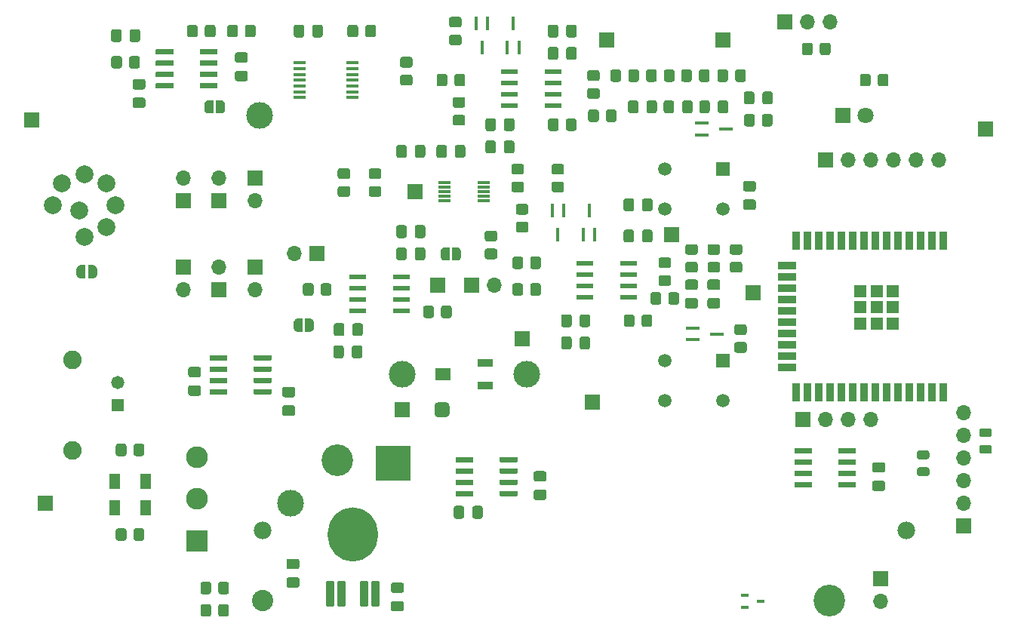
<source format=gbr>
%TF.GenerationSoftware,KiCad,Pcbnew,(5.1.10)-1*%
%TF.CreationDate,2022-06-10T11:25:59+02:00*%
%TF.ProjectId,NGL_Proto_ST,4e474c5f-5072-46f7-946f-5f53542e6b69,V1*%
%TF.SameCoordinates,Original*%
%TF.FileFunction,Soldermask,Top*%
%TF.FilePolarity,Negative*%
%FSLAX46Y46*%
G04 Gerber Fmt 4.6, Leading zero omitted, Abs format (unit mm)*
G04 Created by KiCad (PCBNEW (5.1.10)-1) date 2022-06-10 11:25:59*
%MOMM*%
%LPD*%
G01*
G04 APERTURE LIST*
%ADD10C,1.498600*%
%ADD11R,1.498600X1.498600*%
%ADD12C,2.090000*%
%ADD13C,1.478000*%
%ADD14R,1.478000X1.478000*%
%ADD15C,2.390000*%
%ADD16C,3.550000*%
%ADD17C,1.980000*%
%ADD18C,2.450000*%
%ADD19R,2.450000X2.450000*%
%ADD20R,1.969999X0.558000*%
%ADD21R,1.330000X1.330000*%
%ADD22R,0.900000X2.000000*%
%ADD23R,2.000000X0.900000*%
%ADD24O,1.700000X1.700000*%
%ADD25R,1.700000X1.700000*%
%ADD26R,0.450000X1.500000*%
%ADD27R,1.500000X0.450000*%
%ADD28R,1.800000X1.800000*%
%ADD29C,1.800000*%
%ADD30R,1.300000X1.700000*%
%ADD31C,0.100000*%
%ADD32C,3.000000*%
%ADD33R,4.000000X4.000000*%
%ADD34R,1.690599X0.872800*%
%ADD35R,1.690599X1.355400*%
%ADD36C,2.000000*%
%ADD37R,0.835000X0.431800*%
%ADD38R,1.378699X0.354800*%
%ADD39R,1.422400X0.304800*%
G04 APERTURE END LIST*
%TO.C,U5*%
G36*
G01*
X141903000Y-117555000D02*
X141183000Y-117555000D01*
G75*
G02*
X141093000Y-117465000I0J90000D01*
G01*
X141093000Y-114815000D01*
G75*
G02*
X141183000Y-114725000I90000J0D01*
G01*
X141903000Y-114725000D01*
G75*
G02*
X141993000Y-114815000I0J-90000D01*
G01*
X141993000Y-117465000D01*
G75*
G02*
X141903000Y-117555000I-90000J0D01*
G01*
G37*
G36*
G01*
X140630000Y-117555000D02*
X139910000Y-117555000D01*
G75*
G02*
X139820000Y-117465000I0J90000D01*
G01*
X139820000Y-114815000D01*
G75*
G02*
X139910000Y-114725000I90000J0D01*
G01*
X140630000Y-114725000D01*
G75*
G02*
X140720000Y-114815000I0J-90000D01*
G01*
X140720000Y-117465000D01*
G75*
G02*
X140630000Y-117555000I-90000J0D01*
G01*
G37*
G36*
G01*
X138090000Y-117555000D02*
X137370000Y-117555000D01*
G75*
G02*
X137280000Y-117465000I0J90000D01*
G01*
X137280000Y-114815000D01*
G75*
G02*
X137370000Y-114725000I90000J0D01*
G01*
X138090000Y-114725000D01*
G75*
G02*
X138180000Y-114815000I0J-90000D01*
G01*
X138180000Y-117465000D01*
G75*
G02*
X138090000Y-117555000I-90000J0D01*
G01*
G37*
G36*
G01*
X136820000Y-117555000D02*
X136100000Y-117555000D01*
G75*
G02*
X136010000Y-117465000I0J90000D01*
G01*
X136010000Y-114815000D01*
G75*
G02*
X136100000Y-114725000I90000J0D01*
G01*
X136820000Y-114725000D01*
G75*
G02*
X136910000Y-114815000I0J-90000D01*
G01*
X136910000Y-117465000D01*
G75*
G02*
X136820000Y-117555000I-90000J0D01*
G01*
G37*
G36*
G01*
X136185000Y-109725000D02*
X136185000Y-109255000D01*
G75*
G02*
X139000000Y-106440000I2815000J0D01*
G01*
X139000000Y-106440000D01*
G75*
G02*
X141815000Y-109255000I0J-2815000D01*
G01*
X141815000Y-109725000D01*
G75*
G02*
X139000000Y-112540000I-2815000J0D01*
G01*
X139000000Y-112540000D01*
G75*
G02*
X136185000Y-109725000I0J2815000D01*
G01*
G37*
%TD*%
D10*
%TO.C,SW4*%
X173999999Y-89999999D03*
X173999999Y-94500000D03*
X180500001Y-94500000D03*
D11*
X180500001Y-89999999D03*
%TD*%
D10*
%TO.C,SW3*%
X173999999Y-68499999D03*
X173999999Y-73000000D03*
X180500001Y-73000000D03*
D11*
X180500001Y-68499999D03*
%TD*%
D12*
%TO.C,J3*%
X107500000Y-89920000D03*
X107500000Y-100080000D03*
D13*
X112580000Y-92460000D03*
D14*
X112580000Y-95000000D03*
%TD*%
D15*
%TO.C,BT1*%
X128890000Y-116870000D03*
D16*
X192470000Y-116870000D03*
X137270000Y-101130000D03*
D17*
X201110000Y-109000000D03*
X128890000Y-109000000D03*
%TD*%
D18*
%TO.C,S1*%
X121500000Y-100800000D03*
X121500000Y-105500000D03*
D19*
X121500000Y-110200000D03*
%TD*%
D20*
%TO.C,U2*%
X161463800Y-57595000D03*
X161463800Y-58865000D03*
X161463800Y-60135000D03*
X161463800Y-61405000D03*
X156536200Y-61405000D03*
X156536200Y-60135000D03*
X156536200Y-58865000D03*
X156536200Y-57595000D03*
%TD*%
%TO.C,U1*%
X144463800Y-80595000D03*
X144463800Y-81865000D03*
X144463800Y-83135000D03*
X144463800Y-84405000D03*
X139536200Y-84405000D03*
X139536200Y-83135000D03*
X139536200Y-81865000D03*
X139536200Y-80595000D03*
%TD*%
%TO.C,U8*%
X169963800Y-79095000D03*
X169963800Y-80365000D03*
X169963800Y-81635000D03*
X169963800Y-82905000D03*
X165036200Y-82905000D03*
X165036200Y-81635000D03*
X165036200Y-80365000D03*
X165036200Y-79095000D03*
%TD*%
D21*
%TO.C,U4*%
X195925000Y-85835000D03*
X195925000Y-84000000D03*
X195925000Y-82165000D03*
X197760000Y-85835000D03*
X197760000Y-84000000D03*
X197760000Y-82165000D03*
X199595000Y-85835000D03*
X199595000Y-84000000D03*
X199595000Y-82165000D03*
D22*
X205260000Y-93500000D03*
X203990000Y-93500000D03*
X202720000Y-93500000D03*
X201450000Y-93500000D03*
X200180000Y-93500000D03*
X198910000Y-93500000D03*
X197640000Y-93500000D03*
X196370000Y-93500000D03*
X195100000Y-93500000D03*
X193830000Y-93500000D03*
X192560000Y-93500000D03*
X191290000Y-93500000D03*
X190020000Y-93500000D03*
X188750000Y-93500000D03*
D23*
X187750000Y-90715000D03*
X187750000Y-89445000D03*
X187750000Y-88175000D03*
X187750000Y-86905000D03*
X187750000Y-85635000D03*
X187750000Y-84365000D03*
X187750000Y-83095000D03*
X187750000Y-81825000D03*
X187750000Y-80555000D03*
X187750000Y-79285000D03*
D22*
X188750000Y-76500000D03*
X190020000Y-76500000D03*
X191290000Y-76500000D03*
X192560000Y-76500000D03*
X193830000Y-76500000D03*
X195100000Y-76500000D03*
X196370000Y-76500000D03*
X197640000Y-76500000D03*
X198910000Y-76500000D03*
X200180000Y-76500000D03*
X201450000Y-76500000D03*
X202720000Y-76500000D03*
X203990000Y-76500000D03*
X205260000Y-76500000D03*
%TD*%
D24*
%TO.C,J5*%
X197120000Y-96550000D03*
X194580000Y-96550000D03*
X192040000Y-96550000D03*
D25*
X189500000Y-96550000D03*
%TD*%
D26*
%TO.C,D3*%
X162650000Y-73170000D03*
X161350000Y-73170000D03*
X162000000Y-75830000D03*
%TD*%
D27*
%TO.C,D4*%
X178170000Y-63350000D03*
X178170000Y-64650000D03*
X180830000Y-64000000D03*
%TD*%
D26*
%TO.C,D6*%
X156350000Y-54830000D03*
X157650000Y-54830000D03*
X157000000Y-52170000D03*
%TD*%
%TO.C,D11*%
X154150000Y-52170000D03*
X152850000Y-52170000D03*
X153500000Y-54830000D03*
%TD*%
%TO.C,D2*%
X164850000Y-75830000D03*
X166150000Y-75830000D03*
X165500000Y-73170000D03*
%TD*%
D27*
%TO.C,D5*%
X177170000Y-86350000D03*
X177170000Y-87650000D03*
X179830000Y-87000000D03*
%TD*%
D28*
%TO.C,D10*%
X194000000Y-62500000D03*
D29*
X196540000Y-62500000D03*
%TD*%
%TO.C,R18*%
G36*
G01*
X209543750Y-99450000D02*
X210456250Y-99450000D01*
G75*
G02*
X210700000Y-99693750I0J-243750D01*
G01*
X210700000Y-100181250D01*
G75*
G02*
X210456250Y-100425000I-243750J0D01*
G01*
X209543750Y-100425000D01*
G75*
G02*
X209300000Y-100181250I0J243750D01*
G01*
X209300000Y-99693750D01*
G75*
G02*
X209543750Y-99450000I243750J0D01*
G01*
G37*
G36*
G01*
X209543750Y-97575000D02*
X210456250Y-97575000D01*
G75*
G02*
X210700000Y-97818750I0J-243750D01*
G01*
X210700000Y-98306250D01*
G75*
G02*
X210456250Y-98550000I-243750J0D01*
G01*
X209543750Y-98550000D01*
G75*
G02*
X209300000Y-98306250I0J243750D01*
G01*
X209300000Y-97818750D01*
G75*
G02*
X209543750Y-97575000I243750J0D01*
G01*
G37*
%TD*%
%TO.C,R19*%
G36*
G01*
X202543750Y-100075000D02*
X203456250Y-100075000D01*
G75*
G02*
X203700000Y-100318750I0J-243750D01*
G01*
X203700000Y-100806250D01*
G75*
G02*
X203456250Y-101050000I-243750J0D01*
G01*
X202543750Y-101050000D01*
G75*
G02*
X202300000Y-100806250I0J243750D01*
G01*
X202300000Y-100318750D01*
G75*
G02*
X202543750Y-100075000I243750J0D01*
G01*
G37*
G36*
G01*
X202543750Y-101950000D02*
X203456250Y-101950000D01*
G75*
G02*
X203700000Y-102193750I0J-243750D01*
G01*
X203700000Y-102681250D01*
G75*
G02*
X203456250Y-102925000I-243750J0D01*
G01*
X202543750Y-102925000D01*
G75*
G02*
X202300000Y-102681250I0J243750D01*
G01*
X202300000Y-102193750D01*
G75*
G02*
X202543750Y-101950000I243750J0D01*
G01*
G37*
%TD*%
D30*
%TO.C,D1*%
X112250000Y-103500000D03*
X115750000Y-103500000D03*
%TD*%
%TO.C,D7*%
X112250000Y-106500000D03*
X115750000Y-106500000D03*
%TD*%
D25*
%TO.C,J4*%
X192000000Y-67500000D03*
D24*
X194540000Y-67500000D03*
X197080000Y-67500000D03*
X199620000Y-67500000D03*
X202160000Y-67500000D03*
X204700000Y-67500000D03*
%TD*%
D25*
%TO.C,J6*%
X187460000Y-52000000D03*
D24*
X190000000Y-52000000D03*
X192540000Y-52000000D03*
%TD*%
%TO.C,JP1*%
X124000000Y-79460000D03*
D25*
X124000000Y-82000000D03*
%TD*%
%TO.C,JP2*%
X124000000Y-72000000D03*
D24*
X124000000Y-69460000D03*
%TD*%
D25*
%TO.C,JP3*%
X152300000Y-81550000D03*
D24*
X154840000Y-81550000D03*
%TD*%
D25*
%TO.C,JP4*%
X128000000Y-69500000D03*
D24*
X128000000Y-72040000D03*
%TD*%
%TO.C,JP8*%
X120000000Y-82040000D03*
D25*
X120000000Y-79500000D03*
%TD*%
%TO.C,JP9*%
X128000000Y-79500000D03*
D24*
X128000000Y-82040000D03*
%TD*%
%TO.C,JP10*%
X120000000Y-69460000D03*
D25*
X120000000Y-72000000D03*
%TD*%
D24*
%TO.C,JP11*%
X132460000Y-78000000D03*
D25*
X135000000Y-78000000D03*
%TD*%
%TO.C,TP2*%
X180500000Y-54000000D03*
%TD*%
%TO.C,TP7*%
X144500000Y-95450000D03*
%TD*%
%TO.C,TP8*%
G36*
G01*
X148150000Y-95925000D02*
X148150000Y-95075000D01*
G75*
G02*
X148575000Y-94650000I425000J0D01*
G01*
X149425000Y-94650000D01*
G75*
G02*
X149850000Y-95075000I0J-425000D01*
G01*
X149850000Y-95925000D01*
G75*
G02*
X149425000Y-96350000I-425000J0D01*
G01*
X148575000Y-96350000D01*
G75*
G02*
X148150000Y-95925000I0J425000D01*
G01*
G37*
%TD*%
D31*
%TO.C,SB1*%
G36*
X123650000Y-60750000D02*
G01*
X124150000Y-60750000D01*
X124150000Y-60750602D01*
X124174534Y-60750602D01*
X124223365Y-60755412D01*
X124271490Y-60764984D01*
X124318445Y-60779228D01*
X124363778Y-60798005D01*
X124407051Y-60821136D01*
X124447850Y-60848396D01*
X124485779Y-60879524D01*
X124520476Y-60914221D01*
X124551604Y-60952150D01*
X124578864Y-60992949D01*
X124601995Y-61036222D01*
X124620772Y-61081555D01*
X124635016Y-61128510D01*
X124644588Y-61176635D01*
X124649398Y-61225466D01*
X124649398Y-61250000D01*
X124650000Y-61250000D01*
X124650000Y-61750000D01*
X124649398Y-61750000D01*
X124649398Y-61774534D01*
X124644588Y-61823365D01*
X124635016Y-61871490D01*
X124620772Y-61918445D01*
X124601995Y-61963778D01*
X124578864Y-62007051D01*
X124551604Y-62047850D01*
X124520476Y-62085779D01*
X124485779Y-62120476D01*
X124447850Y-62151604D01*
X124407051Y-62178864D01*
X124363778Y-62201995D01*
X124318445Y-62220772D01*
X124271490Y-62235016D01*
X124223365Y-62244588D01*
X124174534Y-62249398D01*
X124150000Y-62249398D01*
X124150000Y-62250000D01*
X123650000Y-62250000D01*
X123650000Y-60750000D01*
G37*
G36*
X122850000Y-62249398D02*
G01*
X122825466Y-62249398D01*
X122776635Y-62244588D01*
X122728510Y-62235016D01*
X122681555Y-62220772D01*
X122636222Y-62201995D01*
X122592949Y-62178864D01*
X122552150Y-62151604D01*
X122514221Y-62120476D01*
X122479524Y-62085779D01*
X122448396Y-62047850D01*
X122421136Y-62007051D01*
X122398005Y-61963778D01*
X122379228Y-61918445D01*
X122364984Y-61871490D01*
X122355412Y-61823365D01*
X122350602Y-61774534D01*
X122350602Y-61750000D01*
X122350000Y-61750000D01*
X122350000Y-61250000D01*
X122350602Y-61250000D01*
X122350602Y-61225466D01*
X122355412Y-61176635D01*
X122364984Y-61128510D01*
X122379228Y-61081555D01*
X122398005Y-61036222D01*
X122421136Y-60992949D01*
X122448396Y-60952150D01*
X122479524Y-60914221D01*
X122514221Y-60879524D01*
X122552150Y-60848396D01*
X122592949Y-60821136D01*
X122636222Y-60798005D01*
X122681555Y-60779228D01*
X122728510Y-60764984D01*
X122776635Y-60755412D01*
X122825466Y-60750602D01*
X122850000Y-60750602D01*
X122850000Y-60750000D01*
X123350000Y-60750000D01*
X123350000Y-62250000D01*
X122850000Y-62250000D01*
X122850000Y-62249398D01*
G37*
%TD*%
D32*
%TO.C,TPP2*%
X132000000Y-106000000D03*
%TD*%
D33*
%TO.C,TPP4*%
X143500000Y-101500000D03*
%TD*%
D34*
%TO.C,POT1*%
X153849500Y-92750000D03*
X153849500Y-90250000D03*
D35*
X149150500Y-91500000D03*
%TD*%
D31*
%TO.C,SB2*%
G36*
X109000000Y-80750000D02*
G01*
X108500000Y-80750000D01*
X108500000Y-80749398D01*
X108475466Y-80749398D01*
X108426635Y-80744588D01*
X108378510Y-80735016D01*
X108331555Y-80720772D01*
X108286222Y-80701995D01*
X108242949Y-80678864D01*
X108202150Y-80651604D01*
X108164221Y-80620476D01*
X108129524Y-80585779D01*
X108098396Y-80547850D01*
X108071136Y-80507051D01*
X108048005Y-80463778D01*
X108029228Y-80418445D01*
X108014984Y-80371490D01*
X108005412Y-80323365D01*
X108000602Y-80274534D01*
X108000602Y-80250000D01*
X108000000Y-80250000D01*
X108000000Y-79750000D01*
X108000602Y-79750000D01*
X108000602Y-79725466D01*
X108005412Y-79676635D01*
X108014984Y-79628510D01*
X108029228Y-79581555D01*
X108048005Y-79536222D01*
X108071136Y-79492949D01*
X108098396Y-79452150D01*
X108129524Y-79414221D01*
X108164221Y-79379524D01*
X108202150Y-79348396D01*
X108242949Y-79321136D01*
X108286222Y-79298005D01*
X108331555Y-79279228D01*
X108378510Y-79264984D01*
X108426635Y-79255412D01*
X108475466Y-79250602D01*
X108500000Y-79250602D01*
X108500000Y-79250000D01*
X109000000Y-79250000D01*
X109000000Y-80750000D01*
G37*
G36*
X109800000Y-79250602D02*
G01*
X109824534Y-79250602D01*
X109873365Y-79255412D01*
X109921490Y-79264984D01*
X109968445Y-79279228D01*
X110013778Y-79298005D01*
X110057051Y-79321136D01*
X110097850Y-79348396D01*
X110135779Y-79379524D01*
X110170476Y-79414221D01*
X110201604Y-79452150D01*
X110228864Y-79492949D01*
X110251995Y-79536222D01*
X110270772Y-79581555D01*
X110285016Y-79628510D01*
X110294588Y-79676635D01*
X110299398Y-79725466D01*
X110299398Y-79750000D01*
X110300000Y-79750000D01*
X110300000Y-80250000D01*
X110299398Y-80250000D01*
X110299398Y-80274534D01*
X110294588Y-80323365D01*
X110285016Y-80371490D01*
X110270772Y-80418445D01*
X110251995Y-80463778D01*
X110228864Y-80507051D01*
X110201604Y-80547850D01*
X110170476Y-80585779D01*
X110135779Y-80620476D01*
X110097850Y-80651604D01*
X110057051Y-80678864D01*
X110013778Y-80701995D01*
X109968445Y-80720772D01*
X109921490Y-80735016D01*
X109873365Y-80744588D01*
X109824534Y-80749398D01*
X109800000Y-80749398D01*
X109800000Y-80750000D01*
X109300000Y-80750000D01*
X109300000Y-79250000D01*
X109800000Y-79250000D01*
X109800000Y-79250602D01*
G37*
%TD*%
D25*
%TO.C,TP4*%
X183900000Y-82400000D03*
%TD*%
%TO.C,U7*%
G36*
G01*
X150540000Y-101348700D02*
X150540000Y-100841300D01*
G75*
G02*
X150581300Y-100800000I41300J0D01*
G01*
X152468700Y-100800000D01*
G75*
G02*
X152510000Y-100841300I0J-41300D01*
G01*
X152510000Y-101348700D01*
G75*
G02*
X152468700Y-101390000I-41300J0D01*
G01*
X150581300Y-101390000D01*
G75*
G02*
X150540000Y-101348700I0J41300D01*
G01*
G37*
G36*
G01*
X150540000Y-102618700D02*
X150540000Y-102111300D01*
G75*
G02*
X150581300Y-102070000I41300J0D01*
G01*
X152468700Y-102070000D01*
G75*
G02*
X152510000Y-102111300I0J-41300D01*
G01*
X152510000Y-102618700D01*
G75*
G02*
X152468700Y-102660000I-41300J0D01*
G01*
X150581300Y-102660000D01*
G75*
G02*
X150540000Y-102618700I0J41300D01*
G01*
G37*
G36*
G01*
X150540000Y-103888700D02*
X150540000Y-103381300D01*
G75*
G02*
X150581300Y-103340000I41300J0D01*
G01*
X152468700Y-103340000D01*
G75*
G02*
X152510000Y-103381300I0J-41300D01*
G01*
X152510000Y-103888700D01*
G75*
G02*
X152468700Y-103930000I-41300J0D01*
G01*
X150581300Y-103930000D01*
G75*
G02*
X150540000Y-103888700I0J41300D01*
G01*
G37*
G36*
G01*
X150540000Y-105158700D02*
X150540000Y-104651300D01*
G75*
G02*
X150581300Y-104610000I41300J0D01*
G01*
X152468700Y-104610000D01*
G75*
G02*
X152510000Y-104651300I0J-41300D01*
G01*
X152510000Y-105158700D01*
G75*
G02*
X152468700Y-105200000I-41300J0D01*
G01*
X150581300Y-105200000D01*
G75*
G02*
X150540000Y-105158700I0J41300D01*
G01*
G37*
G36*
G01*
X155490000Y-105158700D02*
X155490000Y-104651300D01*
G75*
G02*
X155531300Y-104610000I41300J0D01*
G01*
X157418700Y-104610000D01*
G75*
G02*
X157460000Y-104651300I0J-41300D01*
G01*
X157460000Y-105158700D01*
G75*
G02*
X157418700Y-105200000I-41300J0D01*
G01*
X155531300Y-105200000D01*
G75*
G02*
X155490000Y-105158700I0J41300D01*
G01*
G37*
G36*
G01*
X155490000Y-103888700D02*
X155490000Y-103381300D01*
G75*
G02*
X155531300Y-103340000I41300J0D01*
G01*
X157418700Y-103340000D01*
G75*
G02*
X157460000Y-103381300I0J-41300D01*
G01*
X157460000Y-103888700D01*
G75*
G02*
X157418700Y-103930000I-41300J0D01*
G01*
X155531300Y-103930000D01*
G75*
G02*
X155490000Y-103888700I0J41300D01*
G01*
G37*
G36*
G01*
X155490000Y-102618700D02*
X155490000Y-102111300D01*
G75*
G02*
X155531300Y-102070000I41300J0D01*
G01*
X157418700Y-102070000D01*
G75*
G02*
X157460000Y-102111300I0J-41300D01*
G01*
X157460000Y-102618700D01*
G75*
G02*
X157418700Y-102660000I-41300J0D01*
G01*
X155531300Y-102660000D01*
G75*
G02*
X155490000Y-102618700I0J41300D01*
G01*
G37*
G36*
G01*
X155490000Y-101348700D02*
X155490000Y-100841300D01*
G75*
G02*
X155531300Y-100800000I41300J0D01*
G01*
X157418700Y-100800000D01*
G75*
G02*
X157460000Y-100841300I0J-41300D01*
G01*
X157460000Y-101348700D01*
G75*
G02*
X157418700Y-101390000I-41300J0D01*
G01*
X155531300Y-101390000D01*
G75*
G02*
X155490000Y-101348700I0J41300D01*
G01*
G37*
%TD*%
%TO.C,U9*%
G36*
G01*
X195460000Y-103651300D02*
X195460000Y-104158700D01*
G75*
G02*
X195418700Y-104200000I-41300J0D01*
G01*
X193531300Y-104200000D01*
G75*
G02*
X193490000Y-104158700I0J41300D01*
G01*
X193490000Y-103651300D01*
G75*
G02*
X193531300Y-103610000I41300J0D01*
G01*
X195418700Y-103610000D01*
G75*
G02*
X195460000Y-103651300I0J-41300D01*
G01*
G37*
G36*
G01*
X195460000Y-102381300D02*
X195460000Y-102888700D01*
G75*
G02*
X195418700Y-102930000I-41300J0D01*
G01*
X193531300Y-102930000D01*
G75*
G02*
X193490000Y-102888700I0J41300D01*
G01*
X193490000Y-102381300D01*
G75*
G02*
X193531300Y-102340000I41300J0D01*
G01*
X195418700Y-102340000D01*
G75*
G02*
X195460000Y-102381300I0J-41300D01*
G01*
G37*
G36*
G01*
X195460000Y-101111300D02*
X195460000Y-101618700D01*
G75*
G02*
X195418700Y-101660000I-41300J0D01*
G01*
X193531300Y-101660000D01*
G75*
G02*
X193490000Y-101618700I0J41300D01*
G01*
X193490000Y-101111300D01*
G75*
G02*
X193531300Y-101070000I41300J0D01*
G01*
X195418700Y-101070000D01*
G75*
G02*
X195460000Y-101111300I0J-41300D01*
G01*
G37*
G36*
G01*
X195460000Y-99841300D02*
X195460000Y-100348700D01*
G75*
G02*
X195418700Y-100390000I-41300J0D01*
G01*
X193531300Y-100390000D01*
G75*
G02*
X193490000Y-100348700I0J41300D01*
G01*
X193490000Y-99841300D01*
G75*
G02*
X193531300Y-99800000I41300J0D01*
G01*
X195418700Y-99800000D01*
G75*
G02*
X195460000Y-99841300I0J-41300D01*
G01*
G37*
G36*
G01*
X190510000Y-99841300D02*
X190510000Y-100348700D01*
G75*
G02*
X190468700Y-100390000I-41300J0D01*
G01*
X188581300Y-100390000D01*
G75*
G02*
X188540000Y-100348700I0J41300D01*
G01*
X188540000Y-99841300D01*
G75*
G02*
X188581300Y-99800000I41300J0D01*
G01*
X190468700Y-99800000D01*
G75*
G02*
X190510000Y-99841300I0J-41300D01*
G01*
G37*
G36*
G01*
X190510000Y-101111300D02*
X190510000Y-101618700D01*
G75*
G02*
X190468700Y-101660000I-41300J0D01*
G01*
X188581300Y-101660000D01*
G75*
G02*
X188540000Y-101618700I0J41300D01*
G01*
X188540000Y-101111300D01*
G75*
G02*
X188581300Y-101070000I41300J0D01*
G01*
X190468700Y-101070000D01*
G75*
G02*
X190510000Y-101111300I0J-41300D01*
G01*
G37*
G36*
G01*
X190510000Y-102381300D02*
X190510000Y-102888700D01*
G75*
G02*
X190468700Y-102930000I-41300J0D01*
G01*
X188581300Y-102930000D01*
G75*
G02*
X188540000Y-102888700I0J41300D01*
G01*
X188540000Y-102381300D01*
G75*
G02*
X188581300Y-102340000I41300J0D01*
G01*
X190468700Y-102340000D01*
G75*
G02*
X190510000Y-102381300I0J-41300D01*
G01*
G37*
G36*
G01*
X190510000Y-103651300D02*
X190510000Y-104158700D01*
G75*
G02*
X190468700Y-104200000I-41300J0D01*
G01*
X188581300Y-104200000D01*
G75*
G02*
X188540000Y-104158700I0J41300D01*
G01*
X188540000Y-103651300D01*
G75*
G02*
X188581300Y-103610000I41300J0D01*
G01*
X190468700Y-103610000D01*
G75*
G02*
X190510000Y-103651300I0J-41300D01*
G01*
G37*
%TD*%
%TO.C,U3*%
G36*
G01*
X123815000Y-58876300D02*
X123815000Y-59383700D01*
G75*
G02*
X123773700Y-59425000I-41300J0D01*
G01*
X121886300Y-59425000D01*
G75*
G02*
X121845000Y-59383700I0J41300D01*
G01*
X121845000Y-58876300D01*
G75*
G02*
X121886300Y-58835000I41300J0D01*
G01*
X123773700Y-58835000D01*
G75*
G02*
X123815000Y-58876300I0J-41300D01*
G01*
G37*
G36*
G01*
X123815000Y-57606300D02*
X123815000Y-58113700D01*
G75*
G02*
X123773700Y-58155000I-41300J0D01*
G01*
X121886300Y-58155000D01*
G75*
G02*
X121845000Y-58113700I0J41300D01*
G01*
X121845000Y-57606300D01*
G75*
G02*
X121886300Y-57565000I41300J0D01*
G01*
X123773700Y-57565000D01*
G75*
G02*
X123815000Y-57606300I0J-41300D01*
G01*
G37*
G36*
G01*
X123815000Y-56336300D02*
X123815000Y-56843700D01*
G75*
G02*
X123773700Y-56885000I-41300J0D01*
G01*
X121886300Y-56885000D01*
G75*
G02*
X121845000Y-56843700I0J41300D01*
G01*
X121845000Y-56336300D01*
G75*
G02*
X121886300Y-56295000I41300J0D01*
G01*
X123773700Y-56295000D01*
G75*
G02*
X123815000Y-56336300I0J-41300D01*
G01*
G37*
G36*
G01*
X123815000Y-55066300D02*
X123815000Y-55573700D01*
G75*
G02*
X123773700Y-55615000I-41300J0D01*
G01*
X121886300Y-55615000D01*
G75*
G02*
X121845000Y-55573700I0J41300D01*
G01*
X121845000Y-55066300D01*
G75*
G02*
X121886300Y-55025000I41300J0D01*
G01*
X123773700Y-55025000D01*
G75*
G02*
X123815000Y-55066300I0J-41300D01*
G01*
G37*
G36*
G01*
X118865000Y-55066300D02*
X118865000Y-55573700D01*
G75*
G02*
X118823700Y-55615000I-41300J0D01*
G01*
X116936300Y-55615000D01*
G75*
G02*
X116895000Y-55573700I0J41300D01*
G01*
X116895000Y-55066300D01*
G75*
G02*
X116936300Y-55025000I41300J0D01*
G01*
X118823700Y-55025000D01*
G75*
G02*
X118865000Y-55066300I0J-41300D01*
G01*
G37*
G36*
G01*
X118865000Y-56336300D02*
X118865000Y-56843700D01*
G75*
G02*
X118823700Y-56885000I-41300J0D01*
G01*
X116936300Y-56885000D01*
G75*
G02*
X116895000Y-56843700I0J41300D01*
G01*
X116895000Y-56336300D01*
G75*
G02*
X116936300Y-56295000I41300J0D01*
G01*
X118823700Y-56295000D01*
G75*
G02*
X118865000Y-56336300I0J-41300D01*
G01*
G37*
G36*
G01*
X118865000Y-57606300D02*
X118865000Y-58113700D01*
G75*
G02*
X118823700Y-58155000I-41300J0D01*
G01*
X116936300Y-58155000D01*
G75*
G02*
X116895000Y-58113700I0J41300D01*
G01*
X116895000Y-57606300D01*
G75*
G02*
X116936300Y-57565000I41300J0D01*
G01*
X118823700Y-57565000D01*
G75*
G02*
X118865000Y-57606300I0J-41300D01*
G01*
G37*
G36*
G01*
X118865000Y-58876300D02*
X118865000Y-59383700D01*
G75*
G02*
X118823700Y-59425000I-41300J0D01*
G01*
X116936300Y-59425000D01*
G75*
G02*
X116895000Y-59383700I0J41300D01*
G01*
X116895000Y-58876300D01*
G75*
G02*
X116936300Y-58835000I41300J0D01*
G01*
X118823700Y-58835000D01*
G75*
G02*
X118865000Y-58876300I0J-41300D01*
G01*
G37*
%TD*%
%TO.C,TP1*%
X146000000Y-71000000D03*
%TD*%
%TO.C,TP3*%
X148500000Y-81500000D03*
%TD*%
%TO.C,TP5*%
X167500000Y-54000000D03*
%TD*%
%TO.C,TP11*%
X158000000Y-87500000D03*
%TD*%
%TO.C,TP12*%
X174750000Y-75850000D03*
%TD*%
D32*
%TO.C,TP6*%
X128500000Y-62500000D03*
%TD*%
%TO.C,TPP6*%
X158500000Y-91500000D03*
%TD*%
%TO.C,TPP10*%
X144500000Y-91500000D03*
%TD*%
D36*
%TO.C,J1*%
X111334874Y-75034874D03*
X108860000Y-76060000D03*
X108294315Y-73125685D03*
X105360000Y-72560000D03*
X106385126Y-70085126D03*
X108860000Y-69060000D03*
X111334874Y-70085126D03*
X112360000Y-72560000D03*
%TD*%
D25*
%TO.C,M1*%
X198190000Y-114460000D03*
D24*
X198190000Y-117000000D03*
%TD*%
D37*
%TO.C,T1*%
X182992600Y-116350001D03*
X182992600Y-117649999D03*
X184767400Y-117000000D03*
%TD*%
D38*
%TO.C,U10*%
X133062752Y-56549999D03*
X133062752Y-57200000D03*
X133062752Y-57850001D03*
X133062752Y-58500000D03*
X133062752Y-59149999D03*
X133062752Y-59800000D03*
X133062752Y-60449999D03*
X138937248Y-60450001D03*
X138937248Y-59800000D03*
X138937248Y-59150001D03*
X138937248Y-58500000D03*
X138937248Y-57850001D03*
X138937248Y-57200000D03*
X138937248Y-56550001D03*
%TD*%
D39*
%TO.C,U11*%
X149315600Y-70009400D03*
X149315600Y-70492000D03*
X149315600Y-71000000D03*
X149315600Y-71508000D03*
X149315600Y-71990600D03*
X153684400Y-71990600D03*
X153684400Y-71508000D03*
X153684400Y-71000000D03*
X153684400Y-70492000D03*
X153684400Y-70009400D03*
%TD*%
%TO.C,C1*%
G36*
G01*
X197525000Y-101375000D02*
X198475000Y-101375000D01*
G75*
G02*
X198725000Y-101625000I0J-250000D01*
G01*
X198725000Y-102300000D01*
G75*
G02*
X198475000Y-102550000I-250000J0D01*
G01*
X197525000Y-102550000D01*
G75*
G02*
X197275000Y-102300000I0J250000D01*
G01*
X197275000Y-101625000D01*
G75*
G02*
X197525000Y-101375000I250000J0D01*
G01*
G37*
G36*
G01*
X197525000Y-103450000D02*
X198475000Y-103450000D01*
G75*
G02*
X198725000Y-103700000I0J-250000D01*
G01*
X198725000Y-104375000D01*
G75*
G02*
X198475000Y-104625000I-250000J0D01*
G01*
X197525000Y-104625000D01*
G75*
G02*
X197275000Y-104375000I0J250000D01*
G01*
X197275000Y-103700000D01*
G75*
G02*
X197525000Y-103450000I250000J0D01*
G01*
G37*
%TD*%
%TO.C,C2*%
G36*
G01*
X136875000Y-86975000D02*
X136875000Y-86025000D01*
G75*
G02*
X137125000Y-85775000I250000J0D01*
G01*
X137800000Y-85775000D01*
G75*
G02*
X138050000Y-86025000I0J-250000D01*
G01*
X138050000Y-86975000D01*
G75*
G02*
X137800000Y-87225000I-250000J0D01*
G01*
X137125000Y-87225000D01*
G75*
G02*
X136875000Y-86975000I0J250000D01*
G01*
G37*
G36*
G01*
X138950000Y-86975000D02*
X138950000Y-86025000D01*
G75*
G02*
X139200000Y-85775000I250000J0D01*
G01*
X139875000Y-85775000D01*
G75*
G02*
X140125000Y-86025000I0J-250000D01*
G01*
X140125000Y-86975000D01*
G75*
G02*
X139875000Y-87225000I-250000J0D01*
G01*
X139200000Y-87225000D01*
G75*
G02*
X138950000Y-86975000I0J250000D01*
G01*
G37*
%TD*%
%TO.C,C3*%
G36*
G01*
X136813000Y-89475000D02*
X136813000Y-88525000D01*
G75*
G02*
X137063000Y-88275000I250000J0D01*
G01*
X137738000Y-88275000D01*
G75*
G02*
X137988000Y-88525000I0J-250000D01*
G01*
X137988000Y-89475000D01*
G75*
G02*
X137738000Y-89725000I-250000J0D01*
G01*
X137063000Y-89725000D01*
G75*
G02*
X136813000Y-89475000I0J250000D01*
G01*
G37*
G36*
G01*
X138888000Y-89475000D02*
X138888000Y-88525000D01*
G75*
G02*
X139138000Y-88275000I250000J0D01*
G01*
X139813000Y-88275000D01*
G75*
G02*
X140063000Y-88525000I0J-250000D01*
G01*
X140063000Y-89475000D01*
G75*
G02*
X139813000Y-89725000I-250000J0D01*
G01*
X139138000Y-89725000D01*
G75*
G02*
X138888000Y-89475000I0J250000D01*
G01*
G37*
%TD*%
%TO.C,C4*%
G36*
G01*
X114525000Y-60450000D02*
X115475000Y-60450000D01*
G75*
G02*
X115725000Y-60700000I0J-250000D01*
G01*
X115725000Y-61375000D01*
G75*
G02*
X115475000Y-61625000I-250000J0D01*
G01*
X114525000Y-61625000D01*
G75*
G02*
X114275000Y-61375000I0J250000D01*
G01*
X114275000Y-60700000D01*
G75*
G02*
X114525000Y-60450000I250000J0D01*
G01*
G37*
G36*
G01*
X114525000Y-58375000D02*
X115475000Y-58375000D01*
G75*
G02*
X115725000Y-58625000I0J-250000D01*
G01*
X115725000Y-59300000D01*
G75*
G02*
X115475000Y-59550000I-250000J0D01*
G01*
X114525000Y-59550000D01*
G75*
G02*
X114275000Y-59300000I0J250000D01*
G01*
X114275000Y-58625000D01*
G75*
G02*
X114525000Y-58375000I250000J0D01*
G01*
G37*
%TD*%
%TO.C,C5*%
G36*
G01*
X145950000Y-75975000D02*
X145950000Y-75025000D01*
G75*
G02*
X146200000Y-74775000I250000J0D01*
G01*
X146875000Y-74775000D01*
G75*
G02*
X147125000Y-75025000I0J-250000D01*
G01*
X147125000Y-75975000D01*
G75*
G02*
X146875000Y-76225000I-250000J0D01*
G01*
X146200000Y-76225000D01*
G75*
G02*
X145950000Y-75975000I0J250000D01*
G01*
G37*
G36*
G01*
X143875000Y-75975000D02*
X143875000Y-75025000D01*
G75*
G02*
X144125000Y-74775000I250000J0D01*
G01*
X144800000Y-74775000D01*
G75*
G02*
X145050000Y-75025000I0J-250000D01*
G01*
X145050000Y-75975000D01*
G75*
G02*
X144800000Y-76225000I-250000J0D01*
G01*
X144125000Y-76225000D01*
G75*
G02*
X143875000Y-75975000I0J250000D01*
G01*
G37*
%TD*%
%TO.C,C6*%
G36*
G01*
X145950000Y-78475000D02*
X145950000Y-77525000D01*
G75*
G02*
X146200000Y-77275000I250000J0D01*
G01*
X146875000Y-77275000D01*
G75*
G02*
X147125000Y-77525000I0J-250000D01*
G01*
X147125000Y-78475000D01*
G75*
G02*
X146875000Y-78725000I-250000J0D01*
G01*
X146200000Y-78725000D01*
G75*
G02*
X145950000Y-78475000I0J250000D01*
G01*
G37*
G36*
G01*
X143875000Y-78475000D02*
X143875000Y-77525000D01*
G75*
G02*
X144125000Y-77275000I250000J0D01*
G01*
X144800000Y-77275000D01*
G75*
G02*
X145050000Y-77525000I0J-250000D01*
G01*
X145050000Y-78475000D01*
G75*
G02*
X144800000Y-78725000I-250000J0D01*
G01*
X144125000Y-78725000D01*
G75*
G02*
X143875000Y-78475000I0J250000D01*
G01*
G37*
%TD*%
%TO.C,C7*%
G36*
G01*
X126025000Y-55375000D02*
X126975000Y-55375000D01*
G75*
G02*
X127225000Y-55625000I0J-250000D01*
G01*
X127225000Y-56300000D01*
G75*
G02*
X126975000Y-56550000I-250000J0D01*
G01*
X126025000Y-56550000D01*
G75*
G02*
X125775000Y-56300000I0J250000D01*
G01*
X125775000Y-55625000D01*
G75*
G02*
X126025000Y-55375000I250000J0D01*
G01*
G37*
G36*
G01*
X126025000Y-57450000D02*
X126975000Y-57450000D01*
G75*
G02*
X127225000Y-57700000I0J-250000D01*
G01*
X127225000Y-58375000D01*
G75*
G02*
X126975000Y-58625000I-250000J0D01*
G01*
X126025000Y-58625000D01*
G75*
G02*
X125775000Y-58375000I0J250000D01*
G01*
X125775000Y-57700000D01*
G75*
G02*
X126025000Y-57450000I250000J0D01*
G01*
G37*
%TD*%
%TO.C,C8*%
G36*
G01*
X175050000Y-61025000D02*
X175050000Y-61975000D01*
G75*
G02*
X174800000Y-62225000I-250000J0D01*
G01*
X174125000Y-62225000D01*
G75*
G02*
X173875000Y-61975000I0J250000D01*
G01*
X173875000Y-61025000D01*
G75*
G02*
X174125000Y-60775000I250000J0D01*
G01*
X174800000Y-60775000D01*
G75*
G02*
X175050000Y-61025000I0J-250000D01*
G01*
G37*
G36*
G01*
X177125000Y-61025000D02*
X177125000Y-61975000D01*
G75*
G02*
X176875000Y-62225000I-250000J0D01*
G01*
X176200000Y-62225000D01*
G75*
G02*
X175950000Y-61975000I0J250000D01*
G01*
X175950000Y-61025000D01*
G75*
G02*
X176200000Y-60775000I250000J0D01*
G01*
X176875000Y-60775000D01*
G75*
G02*
X177125000Y-61025000I0J-250000D01*
G01*
G37*
%TD*%
%TO.C,C9*%
G36*
G01*
X171950000Y-61975000D02*
X171950000Y-61025000D01*
G75*
G02*
X172200000Y-60775000I250000J0D01*
G01*
X172875000Y-60775000D01*
G75*
G02*
X173125000Y-61025000I0J-250000D01*
G01*
X173125000Y-61975000D01*
G75*
G02*
X172875000Y-62225000I-250000J0D01*
G01*
X172200000Y-62225000D01*
G75*
G02*
X171950000Y-61975000I0J250000D01*
G01*
G37*
G36*
G01*
X169875000Y-61975000D02*
X169875000Y-61025000D01*
G75*
G02*
X170125000Y-60775000I250000J0D01*
G01*
X170800000Y-60775000D01*
G75*
G02*
X171050000Y-61025000I0J-250000D01*
G01*
X171050000Y-61975000D01*
G75*
G02*
X170800000Y-62225000I-250000J0D01*
G01*
X170125000Y-62225000D01*
G75*
G02*
X169875000Y-61975000I0J250000D01*
G01*
G37*
%TD*%
%TO.C,C10*%
G36*
G01*
X160875000Y-53475000D02*
X160875000Y-52525000D01*
G75*
G02*
X161125000Y-52275000I250000J0D01*
G01*
X161800000Y-52275000D01*
G75*
G02*
X162050000Y-52525000I0J-250000D01*
G01*
X162050000Y-53475000D01*
G75*
G02*
X161800000Y-53725000I-250000J0D01*
G01*
X161125000Y-53725000D01*
G75*
G02*
X160875000Y-53475000I0J250000D01*
G01*
G37*
G36*
G01*
X162950000Y-53475000D02*
X162950000Y-52525000D01*
G75*
G02*
X163200000Y-52275000I250000J0D01*
G01*
X163875000Y-52275000D01*
G75*
G02*
X164125000Y-52525000I0J-250000D01*
G01*
X164125000Y-53475000D01*
G75*
G02*
X163875000Y-53725000I-250000J0D01*
G01*
X163200000Y-53725000D01*
G75*
G02*
X162950000Y-53475000I0J250000D01*
G01*
G37*
%TD*%
%TO.C,C11*%
G36*
G01*
X155950000Y-66475000D02*
X155950000Y-65525000D01*
G75*
G02*
X156200000Y-65275000I250000J0D01*
G01*
X156875000Y-65275000D01*
G75*
G02*
X157125000Y-65525000I0J-250000D01*
G01*
X157125000Y-66475000D01*
G75*
G02*
X156875000Y-66725000I-250000J0D01*
G01*
X156200000Y-66725000D01*
G75*
G02*
X155950000Y-66475000I0J250000D01*
G01*
G37*
G36*
G01*
X153875000Y-66475000D02*
X153875000Y-65525000D01*
G75*
G02*
X154125000Y-65275000I250000J0D01*
G01*
X154800000Y-65275000D01*
G75*
G02*
X155050000Y-65525000I0J-250000D01*
G01*
X155050000Y-66475000D01*
G75*
G02*
X154800000Y-66725000I-250000J0D01*
G01*
X154125000Y-66725000D01*
G75*
G02*
X153875000Y-66475000I0J250000D01*
G01*
G37*
%TD*%
%TO.C,C12*%
G36*
G01*
X160875000Y-55975000D02*
X160875000Y-55025000D01*
G75*
G02*
X161125000Y-54775000I250000J0D01*
G01*
X161800000Y-54775000D01*
G75*
G02*
X162050000Y-55025000I0J-250000D01*
G01*
X162050000Y-55975000D01*
G75*
G02*
X161800000Y-56225000I-250000J0D01*
G01*
X161125000Y-56225000D01*
G75*
G02*
X160875000Y-55975000I0J250000D01*
G01*
G37*
G36*
G01*
X162950000Y-55975000D02*
X162950000Y-55025000D01*
G75*
G02*
X163200000Y-54775000I250000J0D01*
G01*
X163875000Y-54775000D01*
G75*
G02*
X164125000Y-55025000I0J-250000D01*
G01*
X164125000Y-55975000D01*
G75*
G02*
X163875000Y-56225000I-250000J0D01*
G01*
X163200000Y-56225000D01*
G75*
G02*
X162950000Y-55975000I0J250000D01*
G01*
G37*
%TD*%
%TO.C,C13*%
G36*
G01*
X153875000Y-63975000D02*
X153875000Y-63025000D01*
G75*
G02*
X154125000Y-62775000I250000J0D01*
G01*
X154800000Y-62775000D01*
G75*
G02*
X155050000Y-63025000I0J-250000D01*
G01*
X155050000Y-63975000D01*
G75*
G02*
X154800000Y-64225000I-250000J0D01*
G01*
X154125000Y-64225000D01*
G75*
G02*
X153875000Y-63975000I0J250000D01*
G01*
G37*
G36*
G01*
X155950000Y-63975000D02*
X155950000Y-63025000D01*
G75*
G02*
X156200000Y-62775000I250000J0D01*
G01*
X156875000Y-62775000D01*
G75*
G02*
X157125000Y-63025000I0J-250000D01*
G01*
X157125000Y-63975000D01*
G75*
G02*
X156875000Y-64225000I-250000J0D01*
G01*
X156200000Y-64225000D01*
G75*
G02*
X155950000Y-63975000I0J250000D01*
G01*
G37*
%TD*%
%TO.C,C14*%
G36*
G01*
X131805000Y-114290000D02*
X132755000Y-114290000D01*
G75*
G02*
X133005000Y-114540000I0J-250000D01*
G01*
X133005000Y-115215000D01*
G75*
G02*
X132755000Y-115465000I-250000J0D01*
G01*
X131805000Y-115465000D01*
G75*
G02*
X131555000Y-115215000I0J250000D01*
G01*
X131555000Y-114540000D01*
G75*
G02*
X131805000Y-114290000I250000J0D01*
G01*
G37*
G36*
G01*
X131805000Y-112215000D02*
X132755000Y-112215000D01*
G75*
G02*
X133005000Y-112465000I0J-250000D01*
G01*
X133005000Y-113140000D01*
G75*
G02*
X132755000Y-113390000I-250000J0D01*
G01*
X131805000Y-113390000D01*
G75*
G02*
X131555000Y-113140000I0J250000D01*
G01*
X131555000Y-112465000D01*
G75*
G02*
X131805000Y-112215000I250000J0D01*
G01*
G37*
%TD*%
%TO.C,C15*%
G36*
G01*
X144475000Y-118125000D02*
X143525000Y-118125000D01*
G75*
G02*
X143275000Y-117875000I0J250000D01*
G01*
X143275000Y-117200000D01*
G75*
G02*
X143525000Y-116950000I250000J0D01*
G01*
X144475000Y-116950000D01*
G75*
G02*
X144725000Y-117200000I0J-250000D01*
G01*
X144725000Y-117875000D01*
G75*
G02*
X144475000Y-118125000I-250000J0D01*
G01*
G37*
G36*
G01*
X144475000Y-116050000D02*
X143525000Y-116050000D01*
G75*
G02*
X143275000Y-115800000I0J250000D01*
G01*
X143275000Y-115125000D01*
G75*
G02*
X143525000Y-114875000I250000J0D01*
G01*
X144475000Y-114875000D01*
G75*
G02*
X144725000Y-115125000I0J-250000D01*
G01*
X144725000Y-115800000D01*
G75*
G02*
X144475000Y-116050000I-250000J0D01*
G01*
G37*
%TD*%
%TO.C,C16*%
G36*
G01*
X120775000Y-92750000D02*
X121725000Y-92750000D01*
G75*
G02*
X121975000Y-93000000I0J-250000D01*
G01*
X121975000Y-93675000D01*
G75*
G02*
X121725000Y-93925000I-250000J0D01*
G01*
X120775000Y-93925000D01*
G75*
G02*
X120525000Y-93675000I0J250000D01*
G01*
X120525000Y-93000000D01*
G75*
G02*
X120775000Y-92750000I250000J0D01*
G01*
G37*
G36*
G01*
X120775000Y-90675000D02*
X121725000Y-90675000D01*
G75*
G02*
X121975000Y-90925000I0J-250000D01*
G01*
X121975000Y-91600000D01*
G75*
G02*
X121725000Y-91850000I-250000J0D01*
G01*
X120775000Y-91850000D01*
G75*
G02*
X120525000Y-91600000I0J250000D01*
G01*
X120525000Y-90925000D01*
G75*
G02*
X120775000Y-90675000I250000J0D01*
G01*
G37*
%TD*%
%TO.C,C17*%
G36*
G01*
X131325000Y-92925000D02*
X132275000Y-92925000D01*
G75*
G02*
X132525000Y-93175000I0J-250000D01*
G01*
X132525000Y-93850000D01*
G75*
G02*
X132275000Y-94100000I-250000J0D01*
G01*
X131325000Y-94100000D01*
G75*
G02*
X131075000Y-93850000I0J250000D01*
G01*
X131075000Y-93175000D01*
G75*
G02*
X131325000Y-92925000I250000J0D01*
G01*
G37*
G36*
G01*
X131325000Y-95000000D02*
X132275000Y-95000000D01*
G75*
G02*
X132525000Y-95250000I0J-250000D01*
G01*
X132525000Y-95925000D01*
G75*
G02*
X132275000Y-96175000I-250000J0D01*
G01*
X131325000Y-96175000D01*
G75*
G02*
X131075000Y-95925000I0J250000D01*
G01*
X131075000Y-95250000D01*
G75*
G02*
X131325000Y-95000000I250000J0D01*
G01*
G37*
%TD*%
%TO.C,C18*%
G36*
G01*
X111875000Y-53975000D02*
X111875000Y-53025000D01*
G75*
G02*
X112125000Y-52775000I250000J0D01*
G01*
X112800000Y-52775000D01*
G75*
G02*
X113050000Y-53025000I0J-250000D01*
G01*
X113050000Y-53975000D01*
G75*
G02*
X112800000Y-54225000I-250000J0D01*
G01*
X112125000Y-54225000D01*
G75*
G02*
X111875000Y-53975000I0J250000D01*
G01*
G37*
G36*
G01*
X113950000Y-53975000D02*
X113950000Y-53025000D01*
G75*
G02*
X114200000Y-52775000I250000J0D01*
G01*
X114875000Y-52775000D01*
G75*
G02*
X115125000Y-53025000I0J-250000D01*
G01*
X115125000Y-53975000D01*
G75*
G02*
X114875000Y-54225000I-250000J0D01*
G01*
X114200000Y-54225000D01*
G75*
G02*
X113950000Y-53975000I0J250000D01*
G01*
G37*
%TD*%
%TO.C,C19*%
G36*
G01*
X182875000Y-60975000D02*
X182875000Y-60025000D01*
G75*
G02*
X183125000Y-59775000I250000J0D01*
G01*
X183800000Y-59775000D01*
G75*
G02*
X184050000Y-60025000I0J-250000D01*
G01*
X184050000Y-60975000D01*
G75*
G02*
X183800000Y-61225000I-250000J0D01*
G01*
X183125000Y-61225000D01*
G75*
G02*
X182875000Y-60975000I0J250000D01*
G01*
G37*
G36*
G01*
X184950000Y-60975000D02*
X184950000Y-60025000D01*
G75*
G02*
X185200000Y-59775000I250000J0D01*
G01*
X185875000Y-59775000D01*
G75*
G02*
X186125000Y-60025000I0J-250000D01*
G01*
X186125000Y-60975000D01*
G75*
G02*
X185875000Y-61225000I-250000J0D01*
G01*
X185200000Y-61225000D01*
G75*
G02*
X184950000Y-60975000I0J250000D01*
G01*
G37*
%TD*%
%TO.C,C20*%
G36*
G01*
X176525000Y-80875000D02*
X177475000Y-80875000D01*
G75*
G02*
X177725000Y-81125000I0J-250000D01*
G01*
X177725000Y-81800000D01*
G75*
G02*
X177475000Y-82050000I-250000J0D01*
G01*
X176525000Y-82050000D01*
G75*
G02*
X176275000Y-81800000I0J250000D01*
G01*
X176275000Y-81125000D01*
G75*
G02*
X176525000Y-80875000I250000J0D01*
G01*
G37*
G36*
G01*
X176525000Y-82950000D02*
X177475000Y-82950000D01*
G75*
G02*
X177725000Y-83200000I0J-250000D01*
G01*
X177725000Y-83875000D01*
G75*
G02*
X177475000Y-84125000I-250000J0D01*
G01*
X176525000Y-84125000D01*
G75*
G02*
X176275000Y-83875000I0J250000D01*
G01*
X176275000Y-83200000D01*
G75*
G02*
X176525000Y-82950000I250000J0D01*
G01*
G37*
%TD*%
%TO.C,C21*%
G36*
G01*
X179025000Y-82950000D02*
X179975000Y-82950000D01*
G75*
G02*
X180225000Y-83200000I0J-250000D01*
G01*
X180225000Y-83875000D01*
G75*
G02*
X179975000Y-84125000I-250000J0D01*
G01*
X179025000Y-84125000D01*
G75*
G02*
X178775000Y-83875000I0J250000D01*
G01*
X178775000Y-83200000D01*
G75*
G02*
X179025000Y-82950000I250000J0D01*
G01*
G37*
G36*
G01*
X179025000Y-80875000D02*
X179975000Y-80875000D01*
G75*
G02*
X180225000Y-81125000I0J-250000D01*
G01*
X180225000Y-81800000D01*
G75*
G02*
X179975000Y-82050000I-250000J0D01*
G01*
X179025000Y-82050000D01*
G75*
G02*
X178775000Y-81800000I0J250000D01*
G01*
X178775000Y-81125000D01*
G75*
G02*
X179025000Y-80875000I250000J0D01*
G01*
G37*
%TD*%
%TO.C,C22*%
G36*
G01*
X159525000Y-104450000D02*
X160475000Y-104450000D01*
G75*
G02*
X160725000Y-104700000I0J-250000D01*
G01*
X160725000Y-105375000D01*
G75*
G02*
X160475000Y-105625000I-250000J0D01*
G01*
X159525000Y-105625000D01*
G75*
G02*
X159275000Y-105375000I0J250000D01*
G01*
X159275000Y-104700000D01*
G75*
G02*
X159525000Y-104450000I250000J0D01*
G01*
G37*
G36*
G01*
X159525000Y-102375000D02*
X160475000Y-102375000D01*
G75*
G02*
X160725000Y-102625000I0J-250000D01*
G01*
X160725000Y-103300000D01*
G75*
G02*
X160475000Y-103550000I-250000J0D01*
G01*
X159525000Y-103550000D01*
G75*
G02*
X159275000Y-103300000I0J250000D01*
G01*
X159275000Y-102625000D01*
G75*
G02*
X159525000Y-102375000I250000J0D01*
G01*
G37*
%TD*%
%TO.C,C23*%
G36*
G01*
X153575000Y-106525000D02*
X153575000Y-107475000D01*
G75*
G02*
X153325000Y-107725000I-250000J0D01*
G01*
X152650000Y-107725000D01*
G75*
G02*
X152400000Y-107475000I0J250000D01*
G01*
X152400000Y-106525000D01*
G75*
G02*
X152650000Y-106275000I250000J0D01*
G01*
X153325000Y-106275000D01*
G75*
G02*
X153575000Y-106525000I0J-250000D01*
G01*
G37*
G36*
G01*
X151500000Y-106525000D02*
X151500000Y-107475000D01*
G75*
G02*
X151250000Y-107725000I-250000J0D01*
G01*
X150575000Y-107725000D01*
G75*
G02*
X150325000Y-107475000I0J250000D01*
G01*
X150325000Y-106525000D01*
G75*
G02*
X150575000Y-106275000I250000J0D01*
G01*
X151250000Y-106275000D01*
G75*
G02*
X151500000Y-106525000I0J-250000D01*
G01*
G37*
%TD*%
%TO.C,C24*%
G36*
G01*
X169375000Y-72975000D02*
X169375000Y-72025000D01*
G75*
G02*
X169625000Y-71775000I250000J0D01*
G01*
X170300000Y-71775000D01*
G75*
G02*
X170550000Y-72025000I0J-250000D01*
G01*
X170550000Y-72975000D01*
G75*
G02*
X170300000Y-73225000I-250000J0D01*
G01*
X169625000Y-73225000D01*
G75*
G02*
X169375000Y-72975000I0J250000D01*
G01*
G37*
G36*
G01*
X171450000Y-72975000D02*
X171450000Y-72025000D01*
G75*
G02*
X171700000Y-71775000I250000J0D01*
G01*
X172375000Y-71775000D01*
G75*
G02*
X172625000Y-72025000I0J-250000D01*
G01*
X172625000Y-72975000D01*
G75*
G02*
X172375000Y-73225000I-250000J0D01*
G01*
X171700000Y-73225000D01*
G75*
G02*
X171450000Y-72975000I0J250000D01*
G01*
G37*
%TD*%
%TO.C,C25*%
G36*
G01*
X162375000Y-88475000D02*
X162375000Y-87525000D01*
G75*
G02*
X162625000Y-87275000I250000J0D01*
G01*
X163300000Y-87275000D01*
G75*
G02*
X163550000Y-87525000I0J-250000D01*
G01*
X163550000Y-88475000D01*
G75*
G02*
X163300000Y-88725000I-250000J0D01*
G01*
X162625000Y-88725000D01*
G75*
G02*
X162375000Y-88475000I0J250000D01*
G01*
G37*
G36*
G01*
X164450000Y-88475000D02*
X164450000Y-87525000D01*
G75*
G02*
X164700000Y-87275000I250000J0D01*
G01*
X165375000Y-87275000D01*
G75*
G02*
X165625000Y-87525000I0J-250000D01*
G01*
X165625000Y-88475000D01*
G75*
G02*
X165375000Y-88725000I-250000J0D01*
G01*
X164700000Y-88725000D01*
G75*
G02*
X164450000Y-88475000I0J250000D01*
G01*
G37*
%TD*%
%TO.C,C26*%
G36*
G01*
X171450000Y-76475000D02*
X171450000Y-75525000D01*
G75*
G02*
X171700000Y-75275000I250000J0D01*
G01*
X172375000Y-75275000D01*
G75*
G02*
X172625000Y-75525000I0J-250000D01*
G01*
X172625000Y-76475000D01*
G75*
G02*
X172375000Y-76725000I-250000J0D01*
G01*
X171700000Y-76725000D01*
G75*
G02*
X171450000Y-76475000I0J250000D01*
G01*
G37*
G36*
G01*
X169375000Y-76475000D02*
X169375000Y-75525000D01*
G75*
G02*
X169625000Y-75275000I250000J0D01*
G01*
X170300000Y-75275000D01*
G75*
G02*
X170550000Y-75525000I0J-250000D01*
G01*
X170550000Y-76475000D01*
G75*
G02*
X170300000Y-76725000I-250000J0D01*
G01*
X169625000Y-76725000D01*
G75*
G02*
X169375000Y-76475000I0J250000D01*
G01*
G37*
%TD*%
%TO.C,C27*%
G36*
G01*
X164450000Y-85975000D02*
X164450000Y-85025000D01*
G75*
G02*
X164700000Y-84775000I250000J0D01*
G01*
X165375000Y-84775000D01*
G75*
G02*
X165625000Y-85025000I0J-250000D01*
G01*
X165625000Y-85975000D01*
G75*
G02*
X165375000Y-86225000I-250000J0D01*
G01*
X164700000Y-86225000D01*
G75*
G02*
X164450000Y-85975000I0J250000D01*
G01*
G37*
G36*
G01*
X162375000Y-85975000D02*
X162375000Y-85025000D01*
G75*
G02*
X162625000Y-84775000I250000J0D01*
G01*
X163300000Y-84775000D01*
G75*
G02*
X163550000Y-85025000I0J-250000D01*
G01*
X163550000Y-85975000D01*
G75*
G02*
X163300000Y-86225000I-250000J0D01*
G01*
X162625000Y-86225000D01*
G75*
G02*
X162375000Y-85975000I0J250000D01*
G01*
G37*
%TD*%
%TO.C,C28*%
G36*
G01*
X179050000Y-61025000D02*
X179050000Y-61975000D01*
G75*
G02*
X178800000Y-62225000I-250000J0D01*
G01*
X178125000Y-62225000D01*
G75*
G02*
X177875000Y-61975000I0J250000D01*
G01*
X177875000Y-61025000D01*
G75*
G02*
X178125000Y-60775000I250000J0D01*
G01*
X178800000Y-60775000D01*
G75*
G02*
X179050000Y-61025000I0J-250000D01*
G01*
G37*
G36*
G01*
X181125000Y-61025000D02*
X181125000Y-61975000D01*
G75*
G02*
X180875000Y-62225000I-250000J0D01*
G01*
X180200000Y-62225000D01*
G75*
G02*
X179950000Y-61975000I0J250000D01*
G01*
X179950000Y-61025000D01*
G75*
G02*
X180200000Y-60775000I250000J0D01*
G01*
X180875000Y-60775000D01*
G75*
G02*
X181125000Y-61025000I0J-250000D01*
G01*
G37*
%TD*%
%TO.C,C29*%
G36*
G01*
X183975000Y-71000000D02*
X183025000Y-71000000D01*
G75*
G02*
X182775000Y-70750000I0J250000D01*
G01*
X182775000Y-70075000D01*
G75*
G02*
X183025000Y-69825000I250000J0D01*
G01*
X183975000Y-69825000D01*
G75*
G02*
X184225000Y-70075000I0J-250000D01*
G01*
X184225000Y-70750000D01*
G75*
G02*
X183975000Y-71000000I-250000J0D01*
G01*
G37*
G36*
G01*
X183975000Y-73075000D02*
X183025000Y-73075000D01*
G75*
G02*
X182775000Y-72825000I0J250000D01*
G01*
X182775000Y-72150000D01*
G75*
G02*
X183025000Y-71900000I250000J0D01*
G01*
X183975000Y-71900000D01*
G75*
G02*
X184225000Y-72150000I0J-250000D01*
G01*
X184225000Y-72825000D01*
G75*
G02*
X183975000Y-73075000I-250000J0D01*
G01*
G37*
%TD*%
%TO.C,C30*%
G36*
G01*
X145950000Y-66975000D02*
X145950000Y-66025000D01*
G75*
G02*
X146200000Y-65775000I250000J0D01*
G01*
X146875000Y-65775000D01*
G75*
G02*
X147125000Y-66025000I0J-250000D01*
G01*
X147125000Y-66975000D01*
G75*
G02*
X146875000Y-67225000I-250000J0D01*
G01*
X146200000Y-67225000D01*
G75*
G02*
X145950000Y-66975000I0J250000D01*
G01*
G37*
G36*
G01*
X143875000Y-66975000D02*
X143875000Y-66025000D01*
G75*
G02*
X144125000Y-65775000I250000J0D01*
G01*
X144800000Y-65775000D01*
G75*
G02*
X145050000Y-66025000I0J-250000D01*
G01*
X145050000Y-66975000D01*
G75*
G02*
X144800000Y-67225000I-250000J0D01*
G01*
X144125000Y-67225000D01*
G75*
G02*
X143875000Y-66975000I0J250000D01*
G01*
G37*
%TD*%
%TO.C,C31*%
G36*
G01*
X134450000Y-53475000D02*
X134450000Y-52525000D01*
G75*
G02*
X134700000Y-52275000I250000J0D01*
G01*
X135375000Y-52275000D01*
G75*
G02*
X135625000Y-52525000I0J-250000D01*
G01*
X135625000Y-53475000D01*
G75*
G02*
X135375000Y-53725000I-250000J0D01*
G01*
X134700000Y-53725000D01*
G75*
G02*
X134450000Y-53475000I0J250000D01*
G01*
G37*
G36*
G01*
X132375000Y-53475000D02*
X132375000Y-52525000D01*
G75*
G02*
X132625000Y-52275000I250000J0D01*
G01*
X133300000Y-52275000D01*
G75*
G02*
X133550000Y-52525000I0J-250000D01*
G01*
X133550000Y-53475000D01*
G75*
G02*
X133300000Y-53725000I-250000J0D01*
G01*
X132625000Y-53725000D01*
G75*
G02*
X132375000Y-53475000I0J250000D01*
G01*
G37*
%TD*%
%TO.C,C32*%
G36*
G01*
X148375000Y-66975000D02*
X148375000Y-66025000D01*
G75*
G02*
X148625000Y-65775000I250000J0D01*
G01*
X149300000Y-65775000D01*
G75*
G02*
X149550000Y-66025000I0J-250000D01*
G01*
X149550000Y-66975000D01*
G75*
G02*
X149300000Y-67225000I-250000J0D01*
G01*
X148625000Y-67225000D01*
G75*
G02*
X148375000Y-66975000I0J250000D01*
G01*
G37*
G36*
G01*
X150450000Y-66975000D02*
X150450000Y-66025000D01*
G75*
G02*
X150700000Y-65775000I250000J0D01*
G01*
X151375000Y-65775000D01*
G75*
G02*
X151625000Y-66025000I0J-250000D01*
G01*
X151625000Y-66975000D01*
G75*
G02*
X151375000Y-67225000I-250000J0D01*
G01*
X150700000Y-67225000D01*
G75*
G02*
X150450000Y-66975000I0J250000D01*
G01*
G37*
%TD*%
%TO.C,R1*%
G36*
G01*
X123100000Y-115049999D02*
X123100000Y-115950001D01*
G75*
G02*
X122850001Y-116200000I-249999J0D01*
G01*
X122149999Y-116200000D01*
G75*
G02*
X121900000Y-115950001I0J249999D01*
G01*
X121900000Y-115049999D01*
G75*
G02*
X122149999Y-114800000I249999J0D01*
G01*
X122850001Y-114800000D01*
G75*
G02*
X123100000Y-115049999I0J-249999D01*
G01*
G37*
G36*
G01*
X125100000Y-115049999D02*
X125100000Y-115950001D01*
G75*
G02*
X124850001Y-116200000I-249999J0D01*
G01*
X124149999Y-116200000D01*
G75*
G02*
X123900000Y-115950001I0J249999D01*
G01*
X123900000Y-115049999D01*
G75*
G02*
X124149999Y-114800000I249999J0D01*
G01*
X124850001Y-114800000D01*
G75*
G02*
X125100000Y-115049999I0J-249999D01*
G01*
G37*
%TD*%
%TO.C,R2*%
G36*
G01*
X138450001Y-69600000D02*
X137549999Y-69600000D01*
G75*
G02*
X137300000Y-69350001I0J249999D01*
G01*
X137300000Y-68649999D01*
G75*
G02*
X137549999Y-68400000I249999J0D01*
G01*
X138450001Y-68400000D01*
G75*
G02*
X138700000Y-68649999I0J-249999D01*
G01*
X138700000Y-69350001D01*
G75*
G02*
X138450001Y-69600000I-249999J0D01*
G01*
G37*
G36*
G01*
X138450001Y-71600000D02*
X137549999Y-71600000D01*
G75*
G02*
X137300000Y-71350001I0J249999D01*
G01*
X137300000Y-70649999D01*
G75*
G02*
X137549999Y-70400000I249999J0D01*
G01*
X138450001Y-70400000D01*
G75*
G02*
X138700000Y-70649999I0J-249999D01*
G01*
X138700000Y-71350001D01*
G75*
G02*
X138450001Y-71600000I-249999J0D01*
G01*
G37*
%TD*%
%TO.C,R3*%
G36*
G01*
X112400000Y-100450001D02*
X112400000Y-99549999D01*
G75*
G02*
X112649999Y-99300000I249999J0D01*
G01*
X113350001Y-99300000D01*
G75*
G02*
X113600000Y-99549999I0J-249999D01*
G01*
X113600000Y-100450001D01*
G75*
G02*
X113350001Y-100700000I-249999J0D01*
G01*
X112649999Y-100700000D01*
G75*
G02*
X112400000Y-100450001I0J249999D01*
G01*
G37*
G36*
G01*
X114400000Y-100450001D02*
X114400000Y-99549999D01*
G75*
G02*
X114649999Y-99300000I249999J0D01*
G01*
X115350001Y-99300000D01*
G75*
G02*
X115600000Y-99549999I0J-249999D01*
G01*
X115600000Y-100450001D01*
G75*
G02*
X115350001Y-100700000I-249999J0D01*
G01*
X114649999Y-100700000D01*
G75*
G02*
X114400000Y-100450001I0J249999D01*
G01*
G37*
%TD*%
%TO.C,R4*%
G36*
G01*
X136600000Y-81549999D02*
X136600000Y-82450001D01*
G75*
G02*
X136350001Y-82700000I-249999J0D01*
G01*
X135649999Y-82700000D01*
G75*
G02*
X135400000Y-82450001I0J249999D01*
G01*
X135400000Y-81549999D01*
G75*
G02*
X135649999Y-81300000I249999J0D01*
G01*
X136350001Y-81300000D01*
G75*
G02*
X136600000Y-81549999I0J-249999D01*
G01*
G37*
G36*
G01*
X134600000Y-81549999D02*
X134600000Y-82450001D01*
G75*
G02*
X134350001Y-82700000I-249999J0D01*
G01*
X133649999Y-82700000D01*
G75*
G02*
X133400000Y-82450001I0J249999D01*
G01*
X133400000Y-81549999D01*
G75*
G02*
X133649999Y-81300000I249999J0D01*
G01*
X134350001Y-81300000D01*
G75*
G02*
X134600000Y-81549999I0J-249999D01*
G01*
G37*
%TD*%
%TO.C,R5*%
G36*
G01*
X123900000Y-118450001D02*
X123900000Y-117549999D01*
G75*
G02*
X124149999Y-117300000I249999J0D01*
G01*
X124850001Y-117300000D01*
G75*
G02*
X125100000Y-117549999I0J-249999D01*
G01*
X125100000Y-118450001D01*
G75*
G02*
X124850001Y-118700000I-249999J0D01*
G01*
X124149999Y-118700000D01*
G75*
G02*
X123900000Y-118450001I0J249999D01*
G01*
G37*
G36*
G01*
X121900000Y-118450001D02*
X121900000Y-117549999D01*
G75*
G02*
X122149999Y-117300000I249999J0D01*
G01*
X122850001Y-117300000D01*
G75*
G02*
X123100000Y-117549999I0J-249999D01*
G01*
X123100000Y-118450001D01*
G75*
G02*
X122850001Y-118700000I-249999J0D01*
G01*
X122149999Y-118700000D01*
G75*
G02*
X121900000Y-118450001I0J249999D01*
G01*
G37*
%TD*%
%TO.C,R6*%
G36*
G01*
X150049999Y-53400000D02*
X150950001Y-53400000D01*
G75*
G02*
X151200000Y-53649999I0J-249999D01*
G01*
X151200000Y-54350001D01*
G75*
G02*
X150950001Y-54600000I-249999J0D01*
G01*
X150049999Y-54600000D01*
G75*
G02*
X149800000Y-54350001I0J249999D01*
G01*
X149800000Y-53649999D01*
G75*
G02*
X150049999Y-53400000I249999J0D01*
G01*
G37*
G36*
G01*
X150049999Y-51400000D02*
X150950001Y-51400000D01*
G75*
G02*
X151200000Y-51649999I0J-249999D01*
G01*
X151200000Y-52350001D01*
G75*
G02*
X150950001Y-52600000I-249999J0D01*
G01*
X150049999Y-52600000D01*
G75*
G02*
X149800000Y-52350001I0J249999D01*
G01*
X149800000Y-51649999D01*
G75*
G02*
X150049999Y-51400000I249999J0D01*
G01*
G37*
%TD*%
%TO.C,R7*%
G36*
G01*
X148400000Y-58950001D02*
X148400000Y-58049999D01*
G75*
G02*
X148649999Y-57800000I249999J0D01*
G01*
X149350001Y-57800000D01*
G75*
G02*
X149600000Y-58049999I0J-249999D01*
G01*
X149600000Y-58950001D01*
G75*
G02*
X149350001Y-59200000I-249999J0D01*
G01*
X148649999Y-59200000D01*
G75*
G02*
X148400000Y-58950001I0J249999D01*
G01*
G37*
G36*
G01*
X150400000Y-58950001D02*
X150400000Y-58049999D01*
G75*
G02*
X150649999Y-57800000I249999J0D01*
G01*
X151350001Y-57800000D01*
G75*
G02*
X151600000Y-58049999I0J-249999D01*
G01*
X151600000Y-58950001D01*
G75*
G02*
X151350001Y-59200000I-249999J0D01*
G01*
X150649999Y-59200000D01*
G75*
G02*
X150400000Y-58950001I0J249999D01*
G01*
G37*
%TD*%
%TO.C,R8*%
G36*
G01*
X177838000Y-58450001D02*
X177838000Y-57549999D01*
G75*
G02*
X178087999Y-57300000I249999J0D01*
G01*
X178788001Y-57300000D01*
G75*
G02*
X179038000Y-57549999I0J-249999D01*
G01*
X179038000Y-58450001D01*
G75*
G02*
X178788001Y-58700000I-249999J0D01*
G01*
X178087999Y-58700000D01*
G75*
G02*
X177838000Y-58450001I0J249999D01*
G01*
G37*
G36*
G01*
X175838000Y-58450001D02*
X175838000Y-57549999D01*
G75*
G02*
X176087999Y-57300000I249999J0D01*
G01*
X176788001Y-57300000D01*
G75*
G02*
X177038000Y-57549999I0J-249999D01*
G01*
X177038000Y-58450001D01*
G75*
G02*
X176788001Y-58700000I-249999J0D01*
G01*
X176087999Y-58700000D01*
G75*
G02*
X175838000Y-58450001I0J249999D01*
G01*
G37*
%TD*%
%TO.C,R9*%
G36*
G01*
X171900000Y-58450001D02*
X171900000Y-57549999D01*
G75*
G02*
X172149999Y-57300000I249999J0D01*
G01*
X172850001Y-57300000D01*
G75*
G02*
X173100000Y-57549999I0J-249999D01*
G01*
X173100000Y-58450001D01*
G75*
G02*
X172850001Y-58700000I-249999J0D01*
G01*
X172149999Y-58700000D01*
G75*
G02*
X171900000Y-58450001I0J249999D01*
G01*
G37*
G36*
G01*
X173900000Y-58450001D02*
X173900000Y-57549999D01*
G75*
G02*
X174149999Y-57300000I249999J0D01*
G01*
X174850001Y-57300000D01*
G75*
G02*
X175100000Y-57549999I0J-249999D01*
G01*
X175100000Y-58450001D01*
G75*
G02*
X174850001Y-58700000I-249999J0D01*
G01*
X174149999Y-58700000D01*
G75*
G02*
X173900000Y-58450001I0J249999D01*
G01*
G37*
%TD*%
%TO.C,R10*%
G36*
G01*
X157950001Y-69100000D02*
X157049999Y-69100000D01*
G75*
G02*
X156800000Y-68850001I0J249999D01*
G01*
X156800000Y-68149999D01*
G75*
G02*
X157049999Y-67900000I249999J0D01*
G01*
X157950001Y-67900000D01*
G75*
G02*
X158200000Y-68149999I0J-249999D01*
G01*
X158200000Y-68850001D01*
G75*
G02*
X157950001Y-69100000I-249999J0D01*
G01*
G37*
G36*
G01*
X157950001Y-71100000D02*
X157049999Y-71100000D01*
G75*
G02*
X156800000Y-70850001I0J249999D01*
G01*
X156800000Y-70149999D01*
G75*
G02*
X157049999Y-69900000I249999J0D01*
G01*
X157950001Y-69900000D01*
G75*
G02*
X158200000Y-70149999I0J-249999D01*
G01*
X158200000Y-70850001D01*
G75*
G02*
X157950001Y-71100000I-249999J0D01*
G01*
G37*
%TD*%
%TO.C,R11*%
G36*
G01*
X111900000Y-56950001D02*
X111900000Y-56049999D01*
G75*
G02*
X112149999Y-55800000I249999J0D01*
G01*
X112850001Y-55800000D01*
G75*
G02*
X113100000Y-56049999I0J-249999D01*
G01*
X113100000Y-56950001D01*
G75*
G02*
X112850001Y-57200000I-249999J0D01*
G01*
X112149999Y-57200000D01*
G75*
G02*
X111900000Y-56950001I0J249999D01*
G01*
G37*
G36*
G01*
X113900000Y-56950001D02*
X113900000Y-56049999D01*
G75*
G02*
X114149999Y-55800000I249999J0D01*
G01*
X114850001Y-55800000D01*
G75*
G02*
X115100000Y-56049999I0J-249999D01*
G01*
X115100000Y-56950001D01*
G75*
G02*
X114850001Y-57200000I-249999J0D01*
G01*
X114149999Y-57200000D01*
G75*
G02*
X113900000Y-56950001I0J249999D01*
G01*
G37*
%TD*%
%TO.C,R12*%
G36*
G01*
X148100000Y-84049999D02*
X148100000Y-84950001D01*
G75*
G02*
X147850001Y-85200000I-249999J0D01*
G01*
X147149999Y-85200000D01*
G75*
G02*
X146900000Y-84950001I0J249999D01*
G01*
X146900000Y-84049999D01*
G75*
G02*
X147149999Y-83800000I249999J0D01*
G01*
X147850001Y-83800000D01*
G75*
G02*
X148100000Y-84049999I0J-249999D01*
G01*
G37*
G36*
G01*
X150100000Y-84049999D02*
X150100000Y-84950001D01*
G75*
G02*
X149850001Y-85200000I-249999J0D01*
G01*
X149149999Y-85200000D01*
G75*
G02*
X148900000Y-84950001I0J249999D01*
G01*
X148900000Y-84049999D01*
G75*
G02*
X149149999Y-83800000I249999J0D01*
G01*
X149850001Y-83800000D01*
G75*
G02*
X150100000Y-84049999I0J-249999D01*
G01*
G37*
%TD*%
%TO.C,R13*%
G36*
G01*
X150449999Y-62400000D02*
X151350001Y-62400000D01*
G75*
G02*
X151600000Y-62649999I0J-249999D01*
G01*
X151600000Y-63350001D01*
G75*
G02*
X151350001Y-63600000I-249999J0D01*
G01*
X150449999Y-63600000D01*
G75*
G02*
X150200000Y-63350001I0J249999D01*
G01*
X150200000Y-62649999D01*
G75*
G02*
X150449999Y-62400000I249999J0D01*
G01*
G37*
G36*
G01*
X150449999Y-60400000D02*
X151350001Y-60400000D01*
G75*
G02*
X151600000Y-60649999I0J-249999D01*
G01*
X151600000Y-61350001D01*
G75*
G02*
X151350001Y-61600000I-249999J0D01*
G01*
X150449999Y-61600000D01*
G75*
G02*
X150200000Y-61350001I0J249999D01*
G01*
X150200000Y-60649999D01*
G75*
G02*
X150449999Y-60400000I249999J0D01*
G01*
G37*
%TD*%
%TO.C,R14*%
G36*
G01*
X113600000Y-109049999D02*
X113600000Y-109950001D01*
G75*
G02*
X113350001Y-110200000I-249999J0D01*
G01*
X112649999Y-110200000D01*
G75*
G02*
X112400000Y-109950001I0J249999D01*
G01*
X112400000Y-109049999D01*
G75*
G02*
X112649999Y-108800000I249999J0D01*
G01*
X113350001Y-108800000D01*
G75*
G02*
X113600000Y-109049999I0J-249999D01*
G01*
G37*
G36*
G01*
X115600000Y-109049999D02*
X115600000Y-109950001D01*
G75*
G02*
X115350001Y-110200000I-249999J0D01*
G01*
X114649999Y-110200000D01*
G75*
G02*
X114400000Y-109950001I0J249999D01*
G01*
X114400000Y-109049999D01*
G75*
G02*
X114649999Y-108800000I249999J0D01*
G01*
X115350001Y-108800000D01*
G75*
G02*
X115600000Y-109049999I0J-249999D01*
G01*
G37*
%TD*%
%TO.C,R15*%
G36*
G01*
X199100000Y-58049999D02*
X199100000Y-58950001D01*
G75*
G02*
X198850001Y-59200000I-249999J0D01*
G01*
X198149999Y-59200000D01*
G75*
G02*
X197900000Y-58950001I0J249999D01*
G01*
X197900000Y-58049999D01*
G75*
G02*
X198149999Y-57800000I249999J0D01*
G01*
X198850001Y-57800000D01*
G75*
G02*
X199100000Y-58049999I0J-249999D01*
G01*
G37*
G36*
G01*
X197100000Y-58049999D02*
X197100000Y-58950001D01*
G75*
G02*
X196850001Y-59200000I-249999J0D01*
G01*
X196149999Y-59200000D01*
G75*
G02*
X195900000Y-58950001I0J249999D01*
G01*
X195900000Y-58049999D01*
G75*
G02*
X196149999Y-57800000I249999J0D01*
G01*
X196850001Y-57800000D01*
G75*
G02*
X197100000Y-58049999I0J-249999D01*
G01*
G37*
%TD*%
%TO.C,R16*%
G36*
G01*
X156900000Y-79450001D02*
X156900000Y-78549999D01*
G75*
G02*
X157149999Y-78300000I249999J0D01*
G01*
X157850001Y-78300000D01*
G75*
G02*
X158100000Y-78549999I0J-249999D01*
G01*
X158100000Y-79450001D01*
G75*
G02*
X157850001Y-79700000I-249999J0D01*
G01*
X157149999Y-79700000D01*
G75*
G02*
X156900000Y-79450001I0J249999D01*
G01*
G37*
G36*
G01*
X158900000Y-79450001D02*
X158900000Y-78549999D01*
G75*
G02*
X159149999Y-78300000I249999J0D01*
G01*
X159850001Y-78300000D01*
G75*
G02*
X160100000Y-78549999I0J-249999D01*
G01*
X160100000Y-79450001D01*
G75*
G02*
X159850001Y-79700000I-249999J0D01*
G01*
X159149999Y-79700000D01*
G75*
G02*
X158900000Y-79450001I0J249999D01*
G01*
G37*
%TD*%
%TO.C,R17*%
G36*
G01*
X184100000Y-62549999D02*
X184100000Y-63450001D01*
G75*
G02*
X183850001Y-63700000I-249999J0D01*
G01*
X183149999Y-63700000D01*
G75*
G02*
X182900000Y-63450001I0J249999D01*
G01*
X182900000Y-62549999D01*
G75*
G02*
X183149999Y-62300000I249999J0D01*
G01*
X183850001Y-62300000D01*
G75*
G02*
X184100000Y-62549999I0J-249999D01*
G01*
G37*
G36*
G01*
X186100000Y-62549999D02*
X186100000Y-63450001D01*
G75*
G02*
X185850001Y-63700000I-249999J0D01*
G01*
X185149999Y-63700000D01*
G75*
G02*
X184900000Y-63450001I0J249999D01*
G01*
X184900000Y-62549999D01*
G75*
G02*
X185149999Y-62300000I249999J0D01*
G01*
X185850001Y-62300000D01*
G75*
G02*
X186100000Y-62549999I0J-249999D01*
G01*
G37*
%TD*%
%TO.C,R20*%
G36*
G01*
X189400000Y-55450001D02*
X189400000Y-54549999D01*
G75*
G02*
X189649999Y-54300000I249999J0D01*
G01*
X190350001Y-54300000D01*
G75*
G02*
X190600000Y-54549999I0J-249999D01*
G01*
X190600000Y-55450001D01*
G75*
G02*
X190350001Y-55700000I-249999J0D01*
G01*
X189649999Y-55700000D01*
G75*
G02*
X189400000Y-55450001I0J249999D01*
G01*
G37*
G36*
G01*
X191400000Y-55450001D02*
X191400000Y-54549999D01*
G75*
G02*
X191649999Y-54300000I249999J0D01*
G01*
X192350001Y-54300000D01*
G75*
G02*
X192600000Y-54549999I0J-249999D01*
G01*
X192600000Y-55450001D01*
G75*
G02*
X192350001Y-55700000I-249999J0D01*
G01*
X191649999Y-55700000D01*
G75*
G02*
X191400000Y-55450001I0J249999D01*
G01*
G37*
%TD*%
%TO.C,R21*%
G36*
G01*
X182049999Y-85900000D02*
X182950001Y-85900000D01*
G75*
G02*
X183200000Y-86149999I0J-249999D01*
G01*
X183200000Y-86850001D01*
G75*
G02*
X182950001Y-87100000I-249999J0D01*
G01*
X182049999Y-87100000D01*
G75*
G02*
X181800000Y-86850001I0J249999D01*
G01*
X181800000Y-86149999D01*
G75*
G02*
X182049999Y-85900000I249999J0D01*
G01*
G37*
G36*
G01*
X182049999Y-87900000D02*
X182950001Y-87900000D01*
G75*
G02*
X183200000Y-88149999I0J-249999D01*
G01*
X183200000Y-88850001D01*
G75*
G02*
X182950001Y-89100000I-249999J0D01*
G01*
X182049999Y-89100000D01*
G75*
G02*
X181800000Y-88850001I0J249999D01*
G01*
X181800000Y-88149999D01*
G75*
G02*
X182049999Y-87900000I249999J0D01*
G01*
G37*
%TD*%
%TO.C,R22*%
G36*
G01*
X145450001Y-59100000D02*
X144549999Y-59100000D01*
G75*
G02*
X144300000Y-58850001I0J249999D01*
G01*
X144300000Y-58149999D01*
G75*
G02*
X144549999Y-57900000I249999J0D01*
G01*
X145450001Y-57900000D01*
G75*
G02*
X145700000Y-58149999I0J-249999D01*
G01*
X145700000Y-58850001D01*
G75*
G02*
X145450001Y-59100000I-249999J0D01*
G01*
G37*
G36*
G01*
X145450001Y-57100000D02*
X144549999Y-57100000D01*
G75*
G02*
X144300000Y-56850001I0J249999D01*
G01*
X144300000Y-56149999D01*
G75*
G02*
X144549999Y-55900000I249999J0D01*
G01*
X145450001Y-55900000D01*
G75*
G02*
X145700000Y-56149999I0J-249999D01*
G01*
X145700000Y-56850001D01*
G75*
G02*
X145450001Y-57100000I-249999J0D01*
G01*
G37*
%TD*%
%TO.C,R23*%
G36*
G01*
X166600000Y-62049999D02*
X166600000Y-62950001D01*
G75*
G02*
X166350001Y-63200000I-249999J0D01*
G01*
X165649999Y-63200000D01*
G75*
G02*
X165400000Y-62950001I0J249999D01*
G01*
X165400000Y-62049999D01*
G75*
G02*
X165649999Y-61800000I249999J0D01*
G01*
X166350001Y-61800000D01*
G75*
G02*
X166600000Y-62049999I0J-249999D01*
G01*
G37*
G36*
G01*
X168600000Y-62049999D02*
X168600000Y-62950001D01*
G75*
G02*
X168350001Y-63200000I-249999J0D01*
G01*
X167649999Y-63200000D01*
G75*
G02*
X167400000Y-62950001I0J249999D01*
G01*
X167400000Y-62049999D01*
G75*
G02*
X167649999Y-61800000I249999J0D01*
G01*
X168350001Y-61800000D01*
G75*
G02*
X168600000Y-62049999I0J-249999D01*
G01*
G37*
%TD*%
%TO.C,R24*%
G36*
G01*
X160900000Y-63950001D02*
X160900000Y-63049999D01*
G75*
G02*
X161149999Y-62800000I249999J0D01*
G01*
X161850001Y-62800000D01*
G75*
G02*
X162100000Y-63049999I0J-249999D01*
G01*
X162100000Y-63950001D01*
G75*
G02*
X161850001Y-64200000I-249999J0D01*
G01*
X161149999Y-64200000D01*
G75*
G02*
X160900000Y-63950001I0J249999D01*
G01*
G37*
G36*
G01*
X162900000Y-63950001D02*
X162900000Y-63049999D01*
G75*
G02*
X163149999Y-62800000I249999J0D01*
G01*
X163850001Y-62800000D01*
G75*
G02*
X164100000Y-63049999I0J-249999D01*
G01*
X164100000Y-63950001D01*
G75*
G02*
X163850001Y-64200000I-249999J0D01*
G01*
X163149999Y-64200000D01*
G75*
G02*
X162900000Y-63950001I0J249999D01*
G01*
G37*
%TD*%
%TO.C,R25*%
G36*
G01*
X166450001Y-58600000D02*
X165549999Y-58600000D01*
G75*
G02*
X165300000Y-58350001I0J249999D01*
G01*
X165300000Y-57649999D01*
G75*
G02*
X165549999Y-57400000I249999J0D01*
G01*
X166450001Y-57400000D01*
G75*
G02*
X166700000Y-57649999I0J-249999D01*
G01*
X166700000Y-58350001D01*
G75*
G02*
X166450001Y-58600000I-249999J0D01*
G01*
G37*
G36*
G01*
X166450001Y-60600000D02*
X165549999Y-60600000D01*
G75*
G02*
X165300000Y-60350001I0J249999D01*
G01*
X165300000Y-59649999D01*
G75*
G02*
X165549999Y-59400000I249999J0D01*
G01*
X166450001Y-59400000D01*
G75*
G02*
X166700000Y-59649999I0J-249999D01*
G01*
X166700000Y-60350001D01*
G75*
G02*
X166450001Y-60600000I-249999J0D01*
G01*
G37*
%TD*%
%TO.C,R26*%
G36*
G01*
X158100000Y-81549999D02*
X158100000Y-82450001D01*
G75*
G02*
X157850001Y-82700000I-249999J0D01*
G01*
X157149999Y-82700000D01*
G75*
G02*
X156900000Y-82450001I0J249999D01*
G01*
X156900000Y-81549999D01*
G75*
G02*
X157149999Y-81300000I249999J0D01*
G01*
X157850001Y-81300000D01*
G75*
G02*
X158100000Y-81549999I0J-249999D01*
G01*
G37*
G36*
G01*
X160100000Y-81549999D02*
X160100000Y-82450001D01*
G75*
G02*
X159850001Y-82700000I-249999J0D01*
G01*
X159149999Y-82700000D01*
G75*
G02*
X158900000Y-82450001I0J249999D01*
G01*
X158900000Y-81549999D01*
G75*
G02*
X159149999Y-81300000I249999J0D01*
G01*
X159850001Y-81300000D01*
G75*
G02*
X160100000Y-81549999I0J-249999D01*
G01*
G37*
%TD*%
%TO.C,R27*%
G36*
G01*
X158450001Y-73600000D02*
X157549999Y-73600000D01*
G75*
G02*
X157300000Y-73350001I0J249999D01*
G01*
X157300000Y-72649999D01*
G75*
G02*
X157549999Y-72400000I249999J0D01*
G01*
X158450001Y-72400000D01*
G75*
G02*
X158700000Y-72649999I0J-249999D01*
G01*
X158700000Y-73350001D01*
G75*
G02*
X158450001Y-73600000I-249999J0D01*
G01*
G37*
G36*
G01*
X158450001Y-75600000D02*
X157549999Y-75600000D01*
G75*
G02*
X157300000Y-75350001I0J249999D01*
G01*
X157300000Y-74649999D01*
G75*
G02*
X157549999Y-74400000I249999J0D01*
G01*
X158450001Y-74400000D01*
G75*
G02*
X158700000Y-74649999I0J-249999D01*
G01*
X158700000Y-75350001D01*
G75*
G02*
X158450001Y-75600000I-249999J0D01*
G01*
G37*
%TD*%
%TO.C,R28*%
G36*
G01*
X154950001Y-76600000D02*
X154049999Y-76600000D01*
G75*
G02*
X153800000Y-76350001I0J249999D01*
G01*
X153800000Y-75649999D01*
G75*
G02*
X154049999Y-75400000I249999J0D01*
G01*
X154950001Y-75400000D01*
G75*
G02*
X155200000Y-75649999I0J-249999D01*
G01*
X155200000Y-76350001D01*
G75*
G02*
X154950001Y-76600000I-249999J0D01*
G01*
G37*
G36*
G01*
X154950001Y-78600000D02*
X154049999Y-78600000D01*
G75*
G02*
X153800000Y-78350001I0J249999D01*
G01*
X153800000Y-77649999D01*
G75*
G02*
X154049999Y-77400000I249999J0D01*
G01*
X154950001Y-77400000D01*
G75*
G02*
X155200000Y-77649999I0J-249999D01*
G01*
X155200000Y-78350001D01*
G75*
G02*
X154950001Y-78600000I-249999J0D01*
G01*
G37*
%TD*%
%TO.C,R29*%
G36*
G01*
X172400000Y-83450001D02*
X172400000Y-82549999D01*
G75*
G02*
X172649999Y-82300000I249999J0D01*
G01*
X173350001Y-82300000D01*
G75*
G02*
X173600000Y-82549999I0J-249999D01*
G01*
X173600000Y-83450001D01*
G75*
G02*
X173350001Y-83700000I-249999J0D01*
G01*
X172649999Y-83700000D01*
G75*
G02*
X172400000Y-83450001I0J249999D01*
G01*
G37*
G36*
G01*
X174400000Y-83450001D02*
X174400000Y-82549999D01*
G75*
G02*
X174649999Y-82300000I249999J0D01*
G01*
X175350001Y-82300000D01*
G75*
G02*
X175600000Y-82549999I0J-249999D01*
G01*
X175600000Y-83450001D01*
G75*
G02*
X175350001Y-83700000I-249999J0D01*
G01*
X174649999Y-83700000D01*
G75*
G02*
X174400000Y-83450001I0J249999D01*
G01*
G37*
%TD*%
%TO.C,R30*%
G36*
G01*
X169400000Y-85950001D02*
X169400000Y-85049999D01*
G75*
G02*
X169649999Y-84800000I249999J0D01*
G01*
X170350001Y-84800000D01*
G75*
G02*
X170600000Y-85049999I0J-249999D01*
G01*
X170600000Y-85950001D01*
G75*
G02*
X170350001Y-86200000I-249999J0D01*
G01*
X169649999Y-86200000D01*
G75*
G02*
X169400000Y-85950001I0J249999D01*
G01*
G37*
G36*
G01*
X171400000Y-85950001D02*
X171400000Y-85049999D01*
G75*
G02*
X171649999Y-84800000I249999J0D01*
G01*
X172350001Y-84800000D01*
G75*
G02*
X172600000Y-85049999I0J-249999D01*
G01*
X172600000Y-85950001D01*
G75*
G02*
X172350001Y-86200000I-249999J0D01*
G01*
X171649999Y-86200000D01*
G75*
G02*
X171400000Y-85950001I0J249999D01*
G01*
G37*
%TD*%
%TO.C,R31*%
G36*
G01*
X174450001Y-81600000D02*
X173549999Y-81600000D01*
G75*
G02*
X173300000Y-81350001I0J249999D01*
G01*
X173300000Y-80649999D01*
G75*
G02*
X173549999Y-80400000I249999J0D01*
G01*
X174450001Y-80400000D01*
G75*
G02*
X174700000Y-80649999I0J-249999D01*
G01*
X174700000Y-81350001D01*
G75*
G02*
X174450001Y-81600000I-249999J0D01*
G01*
G37*
G36*
G01*
X174450001Y-79600000D02*
X173549999Y-79600000D01*
G75*
G02*
X173300000Y-79350001I0J249999D01*
G01*
X173300000Y-78649999D01*
G75*
G02*
X173549999Y-78400000I249999J0D01*
G01*
X174450001Y-78400000D01*
G75*
G02*
X174700000Y-78649999I0J-249999D01*
G01*
X174700000Y-79350001D01*
G75*
G02*
X174450001Y-79600000I-249999J0D01*
G01*
G37*
%TD*%
%TO.C,R32*%
G36*
G01*
X177450001Y-80100000D02*
X176549999Y-80100000D01*
G75*
G02*
X176300000Y-79850001I0J249999D01*
G01*
X176300000Y-79149999D01*
G75*
G02*
X176549999Y-78900000I249999J0D01*
G01*
X177450001Y-78900000D01*
G75*
G02*
X177700000Y-79149999I0J-249999D01*
G01*
X177700000Y-79850001D01*
G75*
G02*
X177450001Y-80100000I-249999J0D01*
G01*
G37*
G36*
G01*
X177450001Y-78100000D02*
X176549999Y-78100000D01*
G75*
G02*
X176300000Y-77850001I0J249999D01*
G01*
X176300000Y-77149999D01*
G75*
G02*
X176549999Y-76900000I249999J0D01*
G01*
X177450001Y-76900000D01*
G75*
G02*
X177700000Y-77149999I0J-249999D01*
G01*
X177700000Y-77850001D01*
G75*
G02*
X177450001Y-78100000I-249999J0D01*
G01*
G37*
%TD*%
%TO.C,R33*%
G36*
G01*
X179950001Y-78100000D02*
X179049999Y-78100000D01*
G75*
G02*
X178800000Y-77850001I0J249999D01*
G01*
X178800000Y-77149999D01*
G75*
G02*
X179049999Y-76900000I249999J0D01*
G01*
X179950001Y-76900000D01*
G75*
G02*
X180200000Y-77149999I0J-249999D01*
G01*
X180200000Y-77850001D01*
G75*
G02*
X179950001Y-78100000I-249999J0D01*
G01*
G37*
G36*
G01*
X179950001Y-80100000D02*
X179049999Y-80100000D01*
G75*
G02*
X178800000Y-79850001I0J249999D01*
G01*
X178800000Y-79149999D01*
G75*
G02*
X179049999Y-78900000I249999J0D01*
G01*
X179950001Y-78900000D01*
G75*
G02*
X180200000Y-79149999I0J-249999D01*
G01*
X180200000Y-79850001D01*
G75*
G02*
X179950001Y-80100000I-249999J0D01*
G01*
G37*
%TD*%
%TO.C,R34*%
G36*
G01*
X121600000Y-52549999D02*
X121600000Y-53450001D01*
G75*
G02*
X121350001Y-53700000I-249999J0D01*
G01*
X120649999Y-53700000D01*
G75*
G02*
X120400000Y-53450001I0J249999D01*
G01*
X120400000Y-52549999D01*
G75*
G02*
X120649999Y-52300000I249999J0D01*
G01*
X121350001Y-52300000D01*
G75*
G02*
X121600000Y-52549999I0J-249999D01*
G01*
G37*
G36*
G01*
X123600000Y-52549999D02*
X123600000Y-53450001D01*
G75*
G02*
X123350001Y-53700000I-249999J0D01*
G01*
X122649999Y-53700000D01*
G75*
G02*
X122400000Y-53450001I0J249999D01*
G01*
X122400000Y-52549999D01*
G75*
G02*
X122649999Y-52300000I249999J0D01*
G01*
X123350001Y-52300000D01*
G75*
G02*
X123600000Y-52549999I0J-249999D01*
G01*
G37*
%TD*%
%TO.C,R35*%
G36*
G01*
X128100000Y-52549999D02*
X128100000Y-53450001D01*
G75*
G02*
X127850001Y-53700000I-249999J0D01*
G01*
X127149999Y-53700000D01*
G75*
G02*
X126900000Y-53450001I0J249999D01*
G01*
X126900000Y-52549999D01*
G75*
G02*
X127149999Y-52300000I249999J0D01*
G01*
X127850001Y-52300000D01*
G75*
G02*
X128100000Y-52549999I0J-249999D01*
G01*
G37*
G36*
G01*
X126100000Y-52549999D02*
X126100000Y-53450001D01*
G75*
G02*
X125850001Y-53700000I-249999J0D01*
G01*
X125149999Y-53700000D01*
G75*
G02*
X124900000Y-53450001I0J249999D01*
G01*
X124900000Y-52549999D01*
G75*
G02*
X125149999Y-52300000I249999J0D01*
G01*
X125850001Y-52300000D01*
G75*
G02*
X126100000Y-52549999I0J-249999D01*
G01*
G37*
%TD*%
%TO.C,R36*%
G36*
G01*
X181900000Y-58450001D02*
X181900000Y-57549999D01*
G75*
G02*
X182149999Y-57300000I249999J0D01*
G01*
X182850001Y-57300000D01*
G75*
G02*
X183100000Y-57549999I0J-249999D01*
G01*
X183100000Y-58450001D01*
G75*
G02*
X182850001Y-58700000I-249999J0D01*
G01*
X182149999Y-58700000D01*
G75*
G02*
X181900000Y-58450001I0J249999D01*
G01*
G37*
G36*
G01*
X179900000Y-58450001D02*
X179900000Y-57549999D01*
G75*
G02*
X180149999Y-57300000I249999J0D01*
G01*
X180850001Y-57300000D01*
G75*
G02*
X181100000Y-57549999I0J-249999D01*
G01*
X181100000Y-58450001D01*
G75*
G02*
X180850001Y-58700000I-249999J0D01*
G01*
X180149999Y-58700000D01*
G75*
G02*
X179900000Y-58450001I0J249999D01*
G01*
G37*
%TD*%
%TO.C,R37*%
G36*
G01*
X182450001Y-80100000D02*
X181549999Y-80100000D01*
G75*
G02*
X181300000Y-79850001I0J249999D01*
G01*
X181300000Y-79149999D01*
G75*
G02*
X181549999Y-78900000I249999J0D01*
G01*
X182450001Y-78900000D01*
G75*
G02*
X182700000Y-79149999I0J-249999D01*
G01*
X182700000Y-79850001D01*
G75*
G02*
X182450001Y-80100000I-249999J0D01*
G01*
G37*
G36*
G01*
X182450001Y-78100000D02*
X181549999Y-78100000D01*
G75*
G02*
X181300000Y-77850001I0J249999D01*
G01*
X181300000Y-77149999D01*
G75*
G02*
X181549999Y-76900000I249999J0D01*
G01*
X182450001Y-76900000D01*
G75*
G02*
X182700000Y-77149999I0J-249999D01*
G01*
X182700000Y-77850001D01*
G75*
G02*
X182450001Y-78100000I-249999J0D01*
G01*
G37*
%TD*%
%TO.C,R39*%
G36*
G01*
X138400000Y-53450001D02*
X138400000Y-52549999D01*
G75*
G02*
X138649999Y-52300000I249999J0D01*
G01*
X139350001Y-52300000D01*
G75*
G02*
X139600000Y-52549999I0J-249999D01*
G01*
X139600000Y-53450001D01*
G75*
G02*
X139350001Y-53700000I-249999J0D01*
G01*
X138649999Y-53700000D01*
G75*
G02*
X138400000Y-53450001I0J249999D01*
G01*
G37*
G36*
G01*
X140400000Y-53450001D02*
X140400000Y-52549999D01*
G75*
G02*
X140649999Y-52300000I249999J0D01*
G01*
X141350001Y-52300000D01*
G75*
G02*
X141600000Y-52549999I0J-249999D01*
G01*
X141600000Y-53450001D01*
G75*
G02*
X141350001Y-53700000I-249999J0D01*
G01*
X140649999Y-53700000D01*
G75*
G02*
X140400000Y-53450001I0J249999D01*
G01*
G37*
%TD*%
%TO.C,R10P1*%
G36*
G01*
X162450001Y-71100000D02*
X161549999Y-71100000D01*
G75*
G02*
X161300000Y-70850001I0J249999D01*
G01*
X161300000Y-70149999D01*
G75*
G02*
X161549999Y-69900000I249999J0D01*
G01*
X162450001Y-69900000D01*
G75*
G02*
X162700000Y-70149999I0J-249999D01*
G01*
X162700000Y-70850001D01*
G75*
G02*
X162450001Y-71100000I-249999J0D01*
G01*
G37*
G36*
G01*
X162450001Y-69100000D02*
X161549999Y-69100000D01*
G75*
G02*
X161300000Y-68850001I0J249999D01*
G01*
X161300000Y-68149999D01*
G75*
G02*
X161549999Y-67900000I249999J0D01*
G01*
X162450001Y-67900000D01*
G75*
G02*
X162700000Y-68149999I0J-249999D01*
G01*
X162700000Y-68850001D01*
G75*
G02*
X162450001Y-69100000I-249999J0D01*
G01*
G37*
%TD*%
%TO.C,R2P1*%
G36*
G01*
X141950001Y-69600000D02*
X141049999Y-69600000D01*
G75*
G02*
X140800000Y-69350001I0J249999D01*
G01*
X140800000Y-68649999D01*
G75*
G02*
X141049999Y-68400000I249999J0D01*
G01*
X141950001Y-68400000D01*
G75*
G02*
X142200000Y-68649999I0J-249999D01*
G01*
X142200000Y-69350001D01*
G75*
G02*
X141950001Y-69600000I-249999J0D01*
G01*
G37*
G36*
G01*
X141950001Y-71600000D02*
X141049999Y-71600000D01*
G75*
G02*
X140800000Y-71350001I0J249999D01*
G01*
X140800000Y-70649999D01*
G75*
G02*
X141049999Y-70400000I249999J0D01*
G01*
X141950001Y-70400000D01*
G75*
G02*
X142200000Y-70649999I0J-249999D01*
G01*
X142200000Y-71350001D01*
G75*
G02*
X141950001Y-71600000I-249999J0D01*
G01*
G37*
%TD*%
%TO.C,R52S1*%
G36*
G01*
X167900000Y-58450001D02*
X167900000Y-57549999D01*
G75*
G02*
X168149999Y-57300000I249999J0D01*
G01*
X168850001Y-57300000D01*
G75*
G02*
X169100000Y-57549999I0J-249999D01*
G01*
X169100000Y-58450001D01*
G75*
G02*
X168850001Y-58700000I-249999J0D01*
G01*
X168149999Y-58700000D01*
G75*
G02*
X167900000Y-58450001I0J249999D01*
G01*
G37*
G36*
G01*
X169900000Y-58450001D02*
X169900000Y-57549999D01*
G75*
G02*
X170149999Y-57300000I249999J0D01*
G01*
X170850001Y-57300000D01*
G75*
G02*
X171100000Y-57549999I0J-249999D01*
G01*
X171100000Y-58450001D01*
G75*
G02*
X170850001Y-58700000I-249999J0D01*
G01*
X170149999Y-58700000D01*
G75*
G02*
X169900000Y-58450001I0J249999D01*
G01*
G37*
%TD*%
D31*
%TO.C,SB3*%
G36*
X150150000Y-77250000D02*
G01*
X150650000Y-77250000D01*
X150650000Y-77250602D01*
X150674534Y-77250602D01*
X150723365Y-77255412D01*
X150771490Y-77264984D01*
X150818445Y-77279228D01*
X150863778Y-77298005D01*
X150907051Y-77321136D01*
X150947850Y-77348396D01*
X150985779Y-77379524D01*
X151020476Y-77414221D01*
X151051604Y-77452150D01*
X151078864Y-77492949D01*
X151101995Y-77536222D01*
X151120772Y-77581555D01*
X151135016Y-77628510D01*
X151144588Y-77676635D01*
X151149398Y-77725466D01*
X151149398Y-77750000D01*
X151150000Y-77750000D01*
X151150000Y-78250000D01*
X151149398Y-78250000D01*
X151149398Y-78274534D01*
X151144588Y-78323365D01*
X151135016Y-78371490D01*
X151120772Y-78418445D01*
X151101995Y-78463778D01*
X151078864Y-78507051D01*
X151051604Y-78547850D01*
X151020476Y-78585779D01*
X150985779Y-78620476D01*
X150947850Y-78651604D01*
X150907051Y-78678864D01*
X150863778Y-78701995D01*
X150818445Y-78720772D01*
X150771490Y-78735016D01*
X150723365Y-78744588D01*
X150674534Y-78749398D01*
X150650000Y-78749398D01*
X150650000Y-78750000D01*
X150150000Y-78750000D01*
X150150000Y-77250000D01*
G37*
G36*
X149350000Y-78749398D02*
G01*
X149325466Y-78749398D01*
X149276635Y-78744588D01*
X149228510Y-78735016D01*
X149181555Y-78720772D01*
X149136222Y-78701995D01*
X149092949Y-78678864D01*
X149052150Y-78651604D01*
X149014221Y-78620476D01*
X148979524Y-78585779D01*
X148948396Y-78547850D01*
X148921136Y-78507051D01*
X148898005Y-78463778D01*
X148879228Y-78418445D01*
X148864984Y-78371490D01*
X148855412Y-78323365D01*
X148850602Y-78274534D01*
X148850602Y-78250000D01*
X148850000Y-78250000D01*
X148850000Y-77750000D01*
X148850602Y-77750000D01*
X148850602Y-77725466D01*
X148855412Y-77676635D01*
X148864984Y-77628510D01*
X148879228Y-77581555D01*
X148898005Y-77536222D01*
X148921136Y-77492949D01*
X148948396Y-77452150D01*
X148979524Y-77414221D01*
X149014221Y-77379524D01*
X149052150Y-77348396D01*
X149092949Y-77321136D01*
X149136222Y-77298005D01*
X149181555Y-77279228D01*
X149228510Y-77264984D01*
X149276635Y-77255412D01*
X149325466Y-77250602D01*
X149350000Y-77250602D01*
X149350000Y-77250000D01*
X149850000Y-77250000D01*
X149850000Y-78750000D01*
X149350000Y-78750000D01*
X149350000Y-78749398D01*
G37*
%TD*%
%TO.C,SB4*%
G36*
X134150000Y-85250602D02*
G01*
X134174534Y-85250602D01*
X134223365Y-85255412D01*
X134271490Y-85264984D01*
X134318445Y-85279228D01*
X134363778Y-85298005D01*
X134407051Y-85321136D01*
X134447850Y-85348396D01*
X134485779Y-85379524D01*
X134520476Y-85414221D01*
X134551604Y-85452150D01*
X134578864Y-85492949D01*
X134601995Y-85536222D01*
X134620772Y-85581555D01*
X134635016Y-85628510D01*
X134644588Y-85676635D01*
X134649398Y-85725466D01*
X134649398Y-85750000D01*
X134650000Y-85750000D01*
X134650000Y-86250000D01*
X134649398Y-86250000D01*
X134649398Y-86274534D01*
X134644588Y-86323365D01*
X134635016Y-86371490D01*
X134620772Y-86418445D01*
X134601995Y-86463778D01*
X134578864Y-86507051D01*
X134551604Y-86547850D01*
X134520476Y-86585779D01*
X134485779Y-86620476D01*
X134447850Y-86651604D01*
X134407051Y-86678864D01*
X134363778Y-86701995D01*
X134318445Y-86720772D01*
X134271490Y-86735016D01*
X134223365Y-86744588D01*
X134174534Y-86749398D01*
X134150000Y-86749398D01*
X134150000Y-86750000D01*
X133650000Y-86750000D01*
X133650000Y-85250000D01*
X134150000Y-85250000D01*
X134150000Y-85250602D01*
G37*
G36*
X133350000Y-86750000D02*
G01*
X132850000Y-86750000D01*
X132850000Y-86749398D01*
X132825466Y-86749398D01*
X132776635Y-86744588D01*
X132728510Y-86735016D01*
X132681555Y-86720772D01*
X132636222Y-86701995D01*
X132592949Y-86678864D01*
X132552150Y-86651604D01*
X132514221Y-86620476D01*
X132479524Y-86585779D01*
X132448396Y-86547850D01*
X132421136Y-86507051D01*
X132398005Y-86463778D01*
X132379228Y-86418445D01*
X132364984Y-86371490D01*
X132355412Y-86323365D01*
X132350602Y-86274534D01*
X132350602Y-86250000D01*
X132350000Y-86250000D01*
X132350000Y-85750000D01*
X132350602Y-85750000D01*
X132350602Y-85725466D01*
X132355412Y-85676635D01*
X132364984Y-85628510D01*
X132379228Y-85581555D01*
X132398005Y-85536222D01*
X132421136Y-85492949D01*
X132448396Y-85452150D01*
X132479524Y-85414221D01*
X132514221Y-85379524D01*
X132552150Y-85348396D01*
X132592949Y-85321136D01*
X132636222Y-85298005D01*
X132681555Y-85279228D01*
X132728510Y-85264984D01*
X132776635Y-85255412D01*
X132825466Y-85250602D01*
X132850000Y-85250602D01*
X132850000Y-85250000D01*
X133350000Y-85250000D01*
X133350000Y-86750000D01*
G37*
%TD*%
%TO.C,U6*%
G36*
G01*
X122940000Y-89898700D02*
X122940000Y-89391300D01*
G75*
G02*
X122981300Y-89350000I41300J0D01*
G01*
X124868700Y-89350000D01*
G75*
G02*
X124910000Y-89391300I0J-41300D01*
G01*
X124910000Y-89898700D01*
G75*
G02*
X124868700Y-89940000I-41300J0D01*
G01*
X122981300Y-89940000D01*
G75*
G02*
X122940000Y-89898700I0J41300D01*
G01*
G37*
G36*
G01*
X122940000Y-91168700D02*
X122940000Y-90661300D01*
G75*
G02*
X122981300Y-90620000I41300J0D01*
G01*
X124868700Y-90620000D01*
G75*
G02*
X124910000Y-90661300I0J-41300D01*
G01*
X124910000Y-91168700D01*
G75*
G02*
X124868700Y-91210000I-41300J0D01*
G01*
X122981300Y-91210000D01*
G75*
G02*
X122940000Y-91168700I0J41300D01*
G01*
G37*
G36*
G01*
X122940000Y-92438700D02*
X122940000Y-91931300D01*
G75*
G02*
X122981300Y-91890000I41300J0D01*
G01*
X124868700Y-91890000D01*
G75*
G02*
X124910000Y-91931300I0J-41300D01*
G01*
X124910000Y-92438700D01*
G75*
G02*
X124868700Y-92480000I-41300J0D01*
G01*
X122981300Y-92480000D01*
G75*
G02*
X122940000Y-92438700I0J41300D01*
G01*
G37*
G36*
G01*
X122940000Y-93708700D02*
X122940000Y-93201300D01*
G75*
G02*
X122981300Y-93160000I41300J0D01*
G01*
X124868700Y-93160000D01*
G75*
G02*
X124910000Y-93201300I0J-41300D01*
G01*
X124910000Y-93708700D01*
G75*
G02*
X124868700Y-93750000I-41300J0D01*
G01*
X122981300Y-93750000D01*
G75*
G02*
X122940000Y-93708700I0J41300D01*
G01*
G37*
G36*
G01*
X127890000Y-93708700D02*
X127890000Y-93201300D01*
G75*
G02*
X127931300Y-93160000I41300J0D01*
G01*
X129818700Y-93160000D01*
G75*
G02*
X129860000Y-93201300I0J-41300D01*
G01*
X129860000Y-93708700D01*
G75*
G02*
X129818700Y-93750000I-41300J0D01*
G01*
X127931300Y-93750000D01*
G75*
G02*
X127890000Y-93708700I0J41300D01*
G01*
G37*
G36*
G01*
X127890000Y-92438700D02*
X127890000Y-91931300D01*
G75*
G02*
X127931300Y-91890000I41300J0D01*
G01*
X129818700Y-91890000D01*
G75*
G02*
X129860000Y-91931300I0J-41300D01*
G01*
X129860000Y-92438700D01*
G75*
G02*
X129818700Y-92480000I-41300J0D01*
G01*
X127931300Y-92480000D01*
G75*
G02*
X127890000Y-92438700I0J41300D01*
G01*
G37*
G36*
G01*
X127890000Y-91168700D02*
X127890000Y-90661300D01*
G75*
G02*
X127931300Y-90620000I41300J0D01*
G01*
X129818700Y-90620000D01*
G75*
G02*
X129860000Y-90661300I0J-41300D01*
G01*
X129860000Y-91168700D01*
G75*
G02*
X129818700Y-91210000I-41300J0D01*
G01*
X127931300Y-91210000D01*
G75*
G02*
X127890000Y-91168700I0J41300D01*
G01*
G37*
G36*
G01*
X127890000Y-89898700D02*
X127890000Y-89391300D01*
G75*
G02*
X127931300Y-89350000I41300J0D01*
G01*
X129818700Y-89350000D01*
G75*
G02*
X129860000Y-89391300I0J-41300D01*
G01*
X129860000Y-89898700D01*
G75*
G02*
X129818700Y-89940000I-41300J0D01*
G01*
X127931300Y-89940000D01*
G75*
G02*
X127890000Y-89898700I0J41300D01*
G01*
G37*
%TD*%
D25*
%TO.C,TP9*%
X165850000Y-94600000D03*
%TD*%
%TO.C,TP13*%
X103000000Y-63000000D03*
%TD*%
%TO.C,TP14*%
X210000000Y-64000000D03*
%TD*%
%TO.C,TP10*%
X104500000Y-106000000D03*
%TD*%
%TO.C,J2*%
X207500000Y-108500000D03*
D24*
X207500000Y-105960000D03*
X207500000Y-103420000D03*
X207500000Y-100880000D03*
X207500000Y-98340000D03*
X207500000Y-95800000D03*
%TD*%
M02*

</source>
